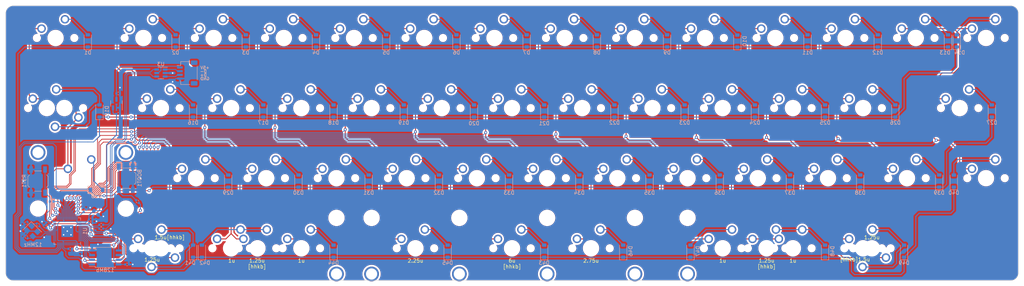
<source format=kicad_pcb>
(kicad_pcb (version 20221018) (generator pcbnew)
  (layers (0 "F.Cu" signal) (31 "B.Cu" signal) (34 "B.Paste" user) (35 "F.Paste" user) (36 "B.SilkS" user "B.Silkscreen") (37 "F.SilkS" user "F.Silkscreen") (38 "B.Mask" user) (39 "F.Mask" user) (44 "Edge.Cuts" user))
  (net 0 "")
  (net 1 "Net-(D1-A)")
  (net 2 "Net-(D2-A)")
  (net 3 "Net-(D3-A)")
  (net 4 "Net-(D4-A)")
  (net 5 "Net-(D5-A)")
  (net 6 "Net-(D6-A)")
  (net 7 "Net-(D7-A)")
  (net 8 "Net-(D8-A)")
  (net 9 "Net-(D9-A)")
  (net 10 "Net-(D10-A)")
  (net 11 "Net-(D11-A)")
  (net 12 "Net-(D13-A)")
  (net 13 "Net-(D14-A)")
  (net 14 "Net-(D15-A)")
  (net 15 "Net-(D16-A)")
  (net 16 "Net-(D17-A)")
  (net 17 "Net-(D18-A)")
  (net 18 "Net-(D19-A)")
  (net 19 "Net-(D20-A)")
  (net 20 "Net-(D21-A)")
  (net 21 "Net-(D22-A)")
  (net 22 "Net-(D23-A)")
  (net 23 "Net-(D24-A)")
  (net 24 "Net-(D25-A)")
  (net 25 "Net-(D26-A)")
  (net 26 "Net-(D27-A)")
  (net 27 "Net-(D28-A)")
  (net 28 "Net-(D29-A)")
  (net 29 "Net-(D30-A)")
  (net 30 "Net-(D31-A)")
  (net 31 "Net-(D32-A)")
  (net 32 "Net-(D33-A)")
  (net 33 "Net-(D34-A)")
  (net 34 "Net-(D35-A)")
  (net 35 "Net-(D36-A)")
  (net 36 "Net-(D37-A)")
  (net 37 "Net-(D38-A)")
  (net 38 "Net-(D39-A)")
  (net 39 "Net-(D40-A)")
  (net 40 "Net-(D41-A)")
  (net 41 "Net-(D42-A)")
  (net 42 "Net-(D43-A)")
  (net 43 "Net-(D44-A)")
  (net 44 "Net-(D45-A)")
  (net 45 "+5V")
  (net 46 "Net-(D12-A)")
  (net 47 "GND")
  (net 48 "+3V3")
  (net 49 "+1V1")
  (net 50 "XIN")
  (net 52 "col0")
  (net 53 "col1")
  (net 54 "col2")
  (net 55 "col3")
  (net 56 "D+")
  (net 57 "D-")
  (net 58 "Net-(D49-A)")
  (net 59 "Net-(D46-A)")
  (net 60 "Net-(D47-A)")
  (net 61 "Net-(D48-A)")
  (net 74 "RESET")
  (net 75 "row0")
  (net 76 "row1")
  (net 77 "row2")
  (net 78 "row3")
  (net 80 "row4")
  (net 81 "row5")
  (net 82 "row6")
  (net 83 "row7")
  (net 84 "row8")
  (net 85 "row9")
  (net 86 "row10")
  (net 87 "row11")
  (net 88 "row12")
  (net 89 "Q_SEL")
  (net 90 "Net-(U1-USB_DP)")
  (net 91 "Net-(U1-USB_DM)")
  (net 92 "XOUT")
  (net 93 "Q_IO3")
  (net 94 "Q_CLK")
  (net 95 "Q_IO0")
  (net 96 "Q_IO2")
  (net 97 "Q_IO1")
  (net 98 "Net-(BOOT1-Pad2)")
  (net 100 "Net-(C11-Pad2)")
  (footprint "ark40:SW_MX_1u" (layer "F.Cu") (at 217.4875 60.325)
    (fp_text reference "MX38" hide)
    (fp_text value "MX_SW_solder" hide)
  )
  (footprint "ark40:STAB_MX_P_6u" (layer "F.Cu") (at 150.8125 79.375 180)
    (fp_text reference "S2" hide)
    (fp_text value "MX_stab")
  )
  (footprint "ark40:SW_MX_1u" (layer "F.Cu") (at 127 22.225)
    (fp_text reference "MX6" hide)
    (fp_text value "MX_SW_solder" hide)
  )
  (footprint "ark40:SW_MX_1u" (layer "F.Cu") (at 124.61875 79.375)
    (fp_text reference "MX50" hide)
    (fp_text value "MX_SW_HS" hide)
  )
  (footprint "ark40:SW_MX_1.75u" (layer "F.Cu") (at 29.36875 41.275 180)
    (fp_text reference "MX15" hide)
    (fp_text value "MX_SW_solder" hide)
  )
  (footprint "ark40:SW_MX_1u" (layer "F.Cu") (at 55.5625 41.275)
    (fp_text reference "MX17" hide)
    (fp_text value "MX_SW_solder" hide)
  )
  (footprint "ark40:SW_MX_1u" (layer "F.Cu") (at 203.2 22.225)
    (fp_text reference "MX10" hide)
    (fp_text value "MX_SW_solder" hide)
  )
  (footprint "ark40:SW_MX_1u" (layer "F.Cu") (at 146.05 22.225)
    (fp_text reference "MX7" hide)
    (fp_text value "MX_SW_solder" hide)
  )
  (footprint "ark40:SW_MX_1u" (layer "F.Cu") (at 150.8125 79.375)
    (fp_text reference "MX44" hide)
    (fp_text value "MX_SW_solder" hide)
  )
  (footprint "ark40:SW_MX_1u" (layer "F.Cu") (at 172.24375 79.375)
    (fp_text reference "MX51" hide)
    (fp_text value "MX_SW_HS" hide)
  )
  (footprint "ark40:SW_MX_1u" (layer "F.Cu") (at 169.8625 41.275)
    (fp_text reference "MX23" hide)
    (fp_text value "MX_SW_solder" hide)
  )
  (footprint "ark40:SW_MX_1u" (layer "F.Cu") (at 227.0125 79.375)
    (fp_text reference "MX53" hide)
    (fp_text value "MX_SW_HS" hide)
  )
  (footprint "ark40:STAB_MX_P_2.25u" (layer "F.Cu") (at 34.13125 60.325)
    (fp_text reference "S1" hide)
    (fp_text value "MX_stab")
  )
  (footprint "ark40:SW_MX_1.25u" (layer "F.Cu") (at 257.96875 60.325)
    (fp_text reference "MX40" hide)
    (fp_text value "MX_SW_solder" hide)
  )
  (footprint "ark40:SW_MX_1u" (layer "F.Cu") (at 131.7625 41.275)
    (fp_text reference "MX21" hide)
    (fp_text value "MX_SW_solder" hide)
  )
  (footprint "ark40:SW_MX_1u" (layer "F.Cu") (at 112.7125 41.275)
    (fp_text reference "MX20" hide)
    (fp_text value "MX_SW_solder" hide)
  )
  (footprint "ark40:STAB_MX_P_2.75u" (layer "F.Cu") (at 172.24375 79.375 180)
    (fp_text reference "S4" hide)
    (fp_text value "MX_stab")
  )
  (footprint "ark40:SW_MX_1u" (layer "F.Cu") (at 188.9125 41.275)
    (fp_text reference "MX24" hide)
    (fp_text value "MX_SW_solder" hide)
  )
  (footprint "ark40:SW_MX_1u" (layer "F.Cu") (at 222.25 22.225)
    (fp_text reference "MX11" hide)
    (fp_text value "MX_SW_solder" hide)
  )
  (footprint "ark40:SW_MX_1u" (layer "F.Cu") (at 150.8125 41.275)
    (fp_text reference "MX22" hide)
    (fp_text value "MX_SW_solder" hide)
  )
  (footprint "ark40:SW_MX_1u" (layer "F.Cu") (at 84.1375 60.325)
    (fp_text reference "MX31" hide)
    (fp_text value "MX_SW_solder" hide)
  )
  (footprint "ark40:SW_MX_1u" (layer "F.Cu") (at 65.0875 60.325)
    (fp_text reference "MX30" hide)
    (fp_text value "MX_SW_solder" hide)
  )
  (footprint "ark40:SW_MX_1.75u_STP_1.25" (layer "F.Cu") (at 24.60625 41.275)
    (fp_text reference "MX16" hide)
    (fp_text value "MX_SW_solder" hide)
  )
  (footprint "ark40:SW_MX_1u" (layer "F.Cu") (at 122.2375 60.325)
    (fp_text reference "MX33" hide)
    (fp_text value "MX_SW_solder" hide)
  )
  (footprint "ark40:SW_MX_1.25u" (layer "F.Cu") (at 248.44375 79.375 180)
    (fp_text reference "MX54" hide)
    (fp_text value "MX_SW_HS" hide)
  )
  (footprint "ark40:SW_MX_1u" (layer "F.Cu") (at 107.95 22.225)
    (fp_text reference "MX5" hide)
    (fp_text value "MX_SW_solder" hide)
  )
  (footprint "ark40:SW_MX_1u" (layer "F.Cu") (at 207.9625 79.375)
    (fp_text reference "MX52" hide)
    (fp_text value "MX_SW_HS" hide)
  )
  (footprint "ark40:SW_MX_1.5u" (layer "F.Cu") (at 26.9875 22.225)
    (fp_text reference "MX1" hide)
    (fp_text value "MX_SW_solder" hide)
  )
  (footprint "ark40:SW_MX_1u" (layer "F.Cu") (at 93.6625 41.275)
    (fp_text reference "MX19" hide)
    (fp_text value "MX_SW_solder" hide)
  )
  (footprint "ark40:SW_MX_1.75u" (layer "F.Cu") (at 272.25625 41.275)
    (fp_text reference "MX28" hide)
    (fp_text value "MX_SW_solder" hide)
  )
  (footprint "ark40:SW_MX_1u" (layer "F.Cu") (at 50.8 22.225)
    (fp_text reference "MX2" hide)
    (fp_text value "MX_SW_solder" hide)
  )
  (footprint "ark40:SW_MX_1u" (layer "F.Cu") (at 227.0125 41.275)
    (fp_text reference "MX26" hide)
    (fp_text value "MX_SW_solder" hide)
  )
  (footprint "ark40:SW_MX_1.5u" (layer "F.Cu") (at 55.5625 79.375 180)
    (fp_text reference "MX42" hide)
    (fp_text value "MX_SW_HS" hide)
  )
  (footprint "ark40:SW_MX_1u" (layer "F.Cu") (at 160.3375 60.325)
    (fp_text reference "MX35" hide)
    (fp_text value "MX_SW_solder" hide)
  )
  (footprint "ark40:SW_MX_1u" (layer "F.Cu") (at 165.1 22.225)
    (fp_text reference "MX8" hide)
    (fp_text value "MX_SW_solder" hide)
  )
  (footprint "ark40:SW_MX_1u" (layer "F.Cu") (at 69.85 22.225)
    (fp_text reference "MX3" hide)
    (fp_text value "MX_SW_solder" hide)
  )
  (footprint "ark40:SW_MX_1u" (layer "F.Cu") (at 93.6625 79.375)
    (fp_text reference "MX49" hide)
    (fp_text value "MX_SW_HS" hide)
  )
  (footprint "ark40:SW_MX_1u" (layer "F.Cu") (at 260.35 22.225)
    (fp_text reference "MX13" hide)
    (fp_text value "MX_SW_solder" hide)
  )
  (footprint "ark40:STAB_MX_P_2.25u" (layer "F.Cu") (at 124.61875 79.375 180)
    (fp_text reference "S3" hide)
    (fp_text value "MX_stab")
  )
  (footprint "ark40:SW_MX_1u" (layer "F.Cu") (at 103.1875 60.325)
    (fp_text reference "MX32" hide)
    (fp_text value "MX_SW_solder" hide)
  )
  (footprint "ark40:SW_MX_1u" (layer "F.Cu") (at 74.6125 41.275)
    (fp_text reference "MX18" hide)
    (fp_text value "MX_SW_solder" hide)
  )
  (footprint "ark40:SW_MX_1u" (layer "F.Cu") (at 179.3875 60.325)
    (fp_text reference "MX36" hide)
    (fp_text value "MX_SW_solder" hide)
  )
  (footprint "ark40:SW_MX_1u" (layer "F.Cu") (at 279.4 60.325)
    (fp_text reference "MX41" hide)
    (fp_text value "MX_SW_solder" hide)
  )
  (footprint "ark40:SW_MX_1u" (layer "F.Cu") (at 34.13125 60.325)
    (fp_text reference "MX29" hide)
    (fp_text value "MX_SW_solder" hide)
  )
  (footprint "ark40:SW_MX_1u" (layer "F.Cu") (at 198.4375 60.325)
    (fp_text reference "MX37" hide)
    (fp_text value "MX_SW_solder" hide)
  )
  (footprint "ark40:SW_MX_1u" (layer "F.Cu") (at 241.3 22.225)
    (fp_text reference "MX12" hide)
    (fp_text value "MX_SW_solder" hide)
  )
  (footprint "ark40:SW_MX_1u" (layer "F.Cu") (at 246.0625 41.275)
    (fp_text reference "MX27" hide)
    (fp_text value "MX_SW_solder" hide)
  )
  (footprint "ark40:SW_MX_1.5u" (layer "F.Cu") (at 246.0625 79.375)
    (fp_text reference "MX46" hide)
    (fp_text value "MX_SW_solder" hide)
  )
  (footprint "ark40:SW_MX_1.25u" (layer "F.Cu") (at 81.75625 79.375)
    (fp_text reference "MX43" hide)
    (fp_text value "MX_SW_solder" hide)
  )
  (footprint "ark40:SW_MX_1u" (layer "F.Cu") (at 279.4 22.225)
    (fp_text reference "MX14" hide)
    (fp_text value "MX_SW_solder" hide)
  )
  (footprint "ark40:SW_MX_1.25u" (layer "F.Cu") (at 53.18125 79.375)
    (fp_text reference "MX47" hide)
    (fp_text value "MX_SW_HS" hide)
  )
  (footprint "ark40:SW_MX_1u" (layer "F.Cu") (at 184.15 22.225)
    (fp_text reference "MX9" hide)
    (fp_text value "MX_SW_solder" hide)
  )
  (footprint "ark40:SW_MX_1u" (layer "F.Cu") (at 88.9 22.225)
    (fp_text reference "MX4" hide)
    (fp_text value "MX_SW_solder" hide)
  )
  (footprint "ark40:SW_MX_1u" (layer "F.Cu") (at 207.9625 41.275)
    (fp_text reference "MX25" hide)
    (fp_text value "MX_SW_solder" hide)
  )
  (footprint "ark40:SW_MX_1u" (layer "F.Cu") (at 74.6125 79.375)
    (fp_text reference "MX48" hide)
    (fp_text value "MX_SW_HS" hide)
  )
  (footprint "ark40:SW_MX_1u" (layer "F.Cu") (at 236.5375 60.325)
    (fp_text reference "MX39" hide)
    (fp_text value "MX_SW_solder" hide)
  )
  (footprint "ark40:SW_MX_1u" (layer "F.Cu") (at 141.2875 60.325)
    (fp_text reference "MX34" hide)
    (fp_text value "MX_SW_solder" hide)
  )
  (footprint "ark40:SW_MX_1.25u" (layer "F.Cu") (at 219.86875 79.375)
    (fp_text reference "MX45" hide)
    (fp_text value "MX_SW_solder" hide)
  )
  (footprint "ark40:D_SOD-123" (layer "B.Cu") (at 38.89375 42.06875 90)
    (fp_text reference "D15")
    (fp_text value "D_Small")
  )
  (footprint "ark40:D_SOD-123" (layer "B.Cu") (at 38.1 63.5)
    (fp_text reference "D28")
    (fp_text value "D_Small")
  )
  (footprint "ark40:D_SOD-123" (layer "B.Cu") (at 180.975 80.16875 90)
    (fp_text reference "D46")
    (fp_text value "D_Small")
  )
  (footprint "ark40:D_SOD-123" (layer "B.Cu") (at 271.4625 23.01875 90)
    (fp_text reference "D14")
    (fp_text value "D_Small")
  )
  (footprint "ark40:D_SOD-123" (layer "B.Cu") (at 133.35 80.16875 90)
    (fp_text reference "D45")
    (fp_text value "D_Small")
  )
  (footprint "ark40:D_SOD-123" (layer "B.Cu") (at 235.74375 80.16875 90)
    (fp_text reference "D48")
    (fp_text value "D_Small")
  )
  (footprint "ark40:D_SOD-123" (layer "B.Cu") (at 216.69375 42.06875 90)
    (fp_text reference "D24")
    (fp_text value "D_Small")
  )
  (footprint "ark40:R_0402_1005Metric" (layer "B.Cu") (at 25.909999 66.675)
    (fp_text reference "R5" hide)
    (fp_text value "5.1k")
  )
  (footprint "ark40:C_0402_1005Metric" (layer "B.Cu") (at 19.049999 76.313287 135)
    (fp_text reference "C10" hide)
    (fp_text value "22pF")
  )
  (footprint "ark40:D_SOD-123" (layer "B.Cu") (at 280.9875 42.06875 90)
    (fp_text reference "D27")
    (fp_text value "D_Small")
  )
  (footprint "ark40:D_SOD-123" (layer "B.Cu") (at 197.64375 42.06875 90)
    (fp_text reference "D23")
    (fp_text value "D_Small")
  )
  (footprint "ark40:D_SOD-123" (layer "B.Cu") (at 188.11875 61.11875 90)
    (fp_text reference "D35")
    (fp_text value "D_Small")
  )
  (footprint "ark40:D_SOD-123" (layer "B.Cu") (at 66.675 80.16875 90)
    (fp_text reference "D42")
    (fp_text value "D_Small")
  )
  (footprint "ark40:C_0402_1005Metric" (layer "B.Cu") (at 36.5125 71.544537)
    (fp_text reference "C6" hide)
    (fp_text value "1uF")
  )
  (footprint "ark40:C_0402_1005Metric" (layer "B.Cu") (at 46.376 83.767433)
    (fp_text reference "C12" hide)
    (fp_text value "1uF")
  )
  (footprint "ark40:C_0402_1005Metric" (layer "B.Cu") (at 34.13125 79.962037 -90)
    (fp_text reference "C14" hide)
    (fp_text value "100nF")
  )
  (footprint "ark40:D_SOD-123" (layer "B.Cu") (at 169.06875 61.11875 90)
    (fp_text reference "D34")
    (fp_text value "D_Small")
  )
  (footprint "ark40:D_SOD-123" (layer "B.Cu") (at 211.93125 23.08125 90)
    (fp_text reference "D10")
    (fp_text value "D_Small")
  )
  (footprint "ark40:D_SOD-123" (layer "B.Cu") (at 254.79375 42.06875 90)
    (fp_text reference "D26")
    (fp_text value "D_Small")
  )
  (footprint "ark40:D_SOD-123" (layer "B.Cu") (at 173.83125 23.01875 90)
    (fp_text reference "D8")
    (fp_text value "D_Small")
  )
  (footprint "ark40:D_SOD-123" (layer "B.Cu") (at 116.68125 23.01875 90)
    (fp_text reference "D5")
    (fp_text value "D_Small")
  )
  (footprint "ark40:D_SOD-123" (layer "B.Cu") (at 270.66875 61.11875 90)
    (fp_text reference "D40")
    (fp_text value "D_Small")
  )
  (footprint "ark40:R_0402_1005Metric" (layer "B.Cu") (at 39.3625 74.02526 180)
    (fp_text reference "R1" hide)
    (fp_text value "27")
  )
  (footprint "ark40:D_SOD-123" (layer "B.Cu") (at 64.29375 42.06875 90)
    (fp_text reference "D16")
    (fp_text value "D_Small")
  )
  (footprint "ark40:C_0402_1005Metric" (layer "B.Cu") (at 34.9625 69.169536 45)
    (fp_text reference "C8" hide)
    (fp_text value "100nF")
  )
  (footprint "ark40:D_SOD-123" (layer "B.Cu") (at 102.39375 42.06875 90)
    (fp_text reference "D18")
    (fp_text value "D_Small")
  )
  (footprint "ark40:C_0402_1005Metric" (layer "B.Cu") (at 24.151911 73.471448 135)
    (fp_text reference "C15" hide)
    (fp_text value "100nF")
  )
  (footprint "ark40:D_SOD-123" (layer "B.Cu") (at 266.7 61.11875 90)
    (fp_text reference "D39")
    (fp_text value "D_Small")
  )
  (footprint "ark40:R_0402_1005Metric" (layer "B.Cu") (at 39.3625 73.007893)
    (fp_text reference "R2" hide)
    (fp_text value "27")
  )
  (footprint "ark40:SW_SPST_TL3342" (layer "B.Cu") (at 46.0375 60.325 90)
    (fp_text reference "BOOT1")
    (fp_text value "SW_Push")
  )
  (footprint "ark40:D_SOD-123" (layer "B.Cu") (at 83.34375 42.06875 90)
    (fp_text reference "D17")
    (fp_text value "D_Small")
  )
  (footprint "ark40:D_SOD-123" (layer "B.Cu") (at 97.63125 23.01875 90)
    (fp_text reference "D4")
    (fp_text value "D_Small")
  )
  (footprint "ark40:D_SOD-123" (layer "B.Cu") (at 130.96875 61.11875 90)
    (fp_text reference "D32")
    (fp_text value "D_Small")
  )
  (footprint "ark40:QFN-56-1EP_7x7mm_P0.4mm_EP3.2x3.2mm" (layer "B.Cu") (at 30.1625 74.719537 90)
    (fp_text reference "U1")
    (fp_text value "RP2040")
  )
  (footprint "ark40:C_0402_1005Metric" (layer "B.Cu") (at 43.97 37.30625)
    (fp_text reference "C1" hide)
    (fp_text value "1uF")
  )
  (footprint "ark40:D_SOD-123" (layer "B.Cu") (at 121.44375 42.06875 90)
    (fp_text reference "D19")
    (fp_text value "D_Small")
  )
  (footprint "ark40:SOT-23-6" (layer "B.Cu") (at 55.5625 31.75 180)
    (fp_text reference "U3")
    (fp_text value "USBLC6-2SC6")
  )
  (footprint "ark40:D_SOD-123" (layer "B.Cu") (at 230.98125 23.01875 90)
    (fp_text reference "D11")
    (fp_text value "D_Small")
  )
  (footprint "ark40:D_SOD-123" (layer "B.Cu") (at 235.74375 42.06875 90)
    (fp_text reference "D25")
    (fp_text value "D_Small")
  )
  (footprint "ark40:C_0402_1005Metric" (layer "B.Cu") (at 18.990985 72.548137 45)
    (fp_text reference "C11" hide)
    (fp_text value "22pF")
  )
  (footprint "ark40:C_0402_1005Metric" (layer "B.Cu") (at 30.9625 79.519537)
    (fp_text reference "C9" hide)
    (fp_text value "100nF")
  )
  (footprint "ark40:D_SOD-123" (layer "B.Cu") (at 64.29375 80.16875 90)
    (fp_text reference "D41")
    (fp_text value "D_Small")
  )
  (footprint "ark40:SOT-23-3" (layer "B.Cu") (at 43.5 40.04888 90)
    (fp_text reference "U2" hide)
    (fp_text value "XC6206PxxxMR" hide)
  )
  (footprint "ark40:D_SOD-123" (layer "B.Cu") (at 159.54375 80.16875 90)
    (fp_text reference "D43")
    (fp_text value "D_Small")
  )
  (footprint "ark40:R_0402_1005Metric" (layer "B.Cu") (at 49.2125 66.675 -45)
    (fp_text reference "R4" hide)
    (fp_text value "1k")
  )
  (footprint "ark40:D_SOD-123" (layer "B.Cu") (at 35.71875 23.01875 90)
    (fp_text reference "D1")
    (fp_text value "D_Small")
  )
  (footprint "ark40:D_SOD-123" (layer "B.Cu") (at 207.16875 61.11875 90)
    (fp_text reference "D36")
    (fp_text value "D_Small")
  )
  (footprint "ark40:D_SOD-123" (layer "B.Cu") (at 226.21875 61.11875 90)
    (fp_text reference "D37")
    (fp_text value "D_Small")
  )
  (footprint "ark40:D_SOD-123" (layer "B.Cu") (at 159.54375 42.06875 90)
    (fp_text reference "D21")
    (fp_text value "D_Small")
  )
  (footprint "ark40:C_0402_1005Metric" (layer "B.Cu") (at 37.296383 74.495494)
    (fp_text reference "C7" hide)
    (fp_text value "100nF")
  )
  (footprint "ark40:D_SOD-123" (layer "B.Cu") (at 102.39375 80.16875 90)
    (fp_text reference "D44")
    (fp_text value "D_Small")
  )
  (footprint "ark40:D_SOD-123" (layer "B.Cu") (at 199.23125 80.16875 90)
    (fp_text reference "D47")
    (fp_text value "D_Small")
  )
  (footprint "ark40:D_SOD-123" (layer "B.Cu") (at 269.08125 23.01875 90)
    (fp_text reference "D13")
    (fp_text value "D_Small")
  )
  (footprint "ark40:D_SOD-123" (layer "B.Cu") (at 257.175 80.16875 90)
    (fp_text reference "D49")
    (fp_text value "D_Small")
  )
  (footprint "ark40:D_SOD-123" (layer "B.Cu") (at 250.03125 23.01875 90)
    (fp_text reference "D12")
    (fp_text value "D_Small")
  )
  (footprint "ark40:C_0603_1608Metric" (layer "B.Cu") (at 37.9625 69.719537 -45)
    (fp_text reference "C3" hide)
    (fp_text value "10uF")
  )
  (footprint "ark40:D_SOD-123" (layer "B.Cu") (at 178.59375 42.06875 90)
    (fp_text reference "D22")
    (fp_text value "D_Small")
  )
  (footprint "ark40:C_0402_1005Metric" (layer "B.Cu") (at 42.1625 76.025)
    (fp_text reference "C13" hide)
    (fp_text value "100nF")
  )
  (footprint "ark40:D_SOD-123" (layer "B.Cu") (at 150.01875 61.11875 90)
    (fp_text reference "D33")
    (fp_text value "D_Small")
  )
  (footprint "ark40:SOIC-8_5.23x5.23mm_P1.27mm" (layer "B.Cu") (at 40.48125 81.863287)
    (fp_text reference "U4" hide)
    (fp_text value "W25Q128JVS")
  )
  (footprint "ark40:D_SOD-123" (layer "B.Cu") (at 78.58125 23.01875 90)
    (fp_text reference "D3")
    (fp_text value "D_Small")
  )
  (footprint "ark40:D_SOD-123" (layer "B.Cu") (at 73.81875 61.11875 90)
    (fp_text reference "D29")
    (fp_text value "D_Small")
  )
  (footprint "ark40:R_0402_1005Metric" (layer "B.Cu") (at 22.225 73.025 -45)
    (fp_text reference "R3" hide)
    (fp_text value "1k")
  )
  (footprint "ark40:D_SOD-123" (layer "B.Cu") (at 135.73125 23.01875 90)
    (fp_text reference "D6")
    (fp_text value "D_Small")
  )
  (footprint "ark40:JST_SH_SM04B-SRSS-TB_1x04-1MP_P1.00mm_Horizontal" (layer "B.Cu") (at 62.70625 31.75 -90)
    (fp_text reference "J2" hide)
    (fp_text value "Conn_01x04")
  )
  (footprint "ark40:D_SOD-123" (layer "B.Cu") (at 154.78125 23.01875 90)
    (fp_text reference "D7")
    (fp_text value "D_Small")
  )
  (footprint "ark40:D_SOD-123" (layer "B.Cu") (at 111.91875 61.11875 90)
    (fp_text reference "D31")
    (fp_text value "D_Small")
  )
  (footprint "ark40:SW_SPST_TL3342" (layer "B.Cu") (at 22.225 61.11875 -90)
    (fp_text reference "RST1")
    (fp_text value "SW_Push")
  )
  (footprint "ark40:C_0402_1005Metric" (layer "B.Cu") (at 24.896047 72.733292 135)
    (fp_text reference "C5" hide)
    (fp_text value "100nF")
  )
  (footprint "ark40:D_SOD-123" (layer "B.Cu") (at 245.26875 61.11875 90)
    (fp_text reference "D38")
    (fp_text value "D_Small")
  )
  (footprint "ark40:D_SOD-123" (layer "B.Cu") (at 192.88125 23.01875 90)
    (fp_text reference "D9")
    (fp_text value "D_Small")
  )
  (footprint "ark40:D_SOD-123" (layer "B.Cu") (at 59.53125 23.01875 90)
    (fp_text reference "D2")
    (fp_text value "D_Small")
  )
  (footprint "ark40:Crystal_SMD_3225-4Pin_3.2x2.5mm" (layer "B.Cu") (at 20.637499 74.725787 -45)
    (fp_text reference "Y1" hide)
    (fp_text value "12MHz")
  )
  (footprint "ark40:D_SOD-123" (layer "B.Cu") (at 140.49375 42.06875 90)
    (fp_text reference "D20")
    (fp_text value "D_Small")
  )
  (footprint "ark40:C_0402_1005Metric" (layer "B.Cu") (at 43.969999 42.863899)
    (fp_text reference "C2" hide)
    (fp_text value "1uF")
  )
  (footprint "ark40:C_0402_1005Metric" (layer "B.Cu") (at 36.5125 72.580931)
    (fp_text reference "C4" hide)
    (fp_text value "1uF")
  )
  (footprint "ark40:D_SOD-123" (layer "B.Cu") (at 92.86875 61.11875 90)
    (fp_text reference "D30")
    (fp_text value "D_Small")
  )
  (gr_line (start 13.49375 86.10625) (end 13.49375 15.49375) (stroke (width 0.1)) (layer "Edge.Cuts"))
  (gr_arc (start 288.13125 86.10625) (mid 287.545478 87.520478) (end 286.13125 88.10625) (stroke (width 0.1)) (layer "Edge.Cuts"))
  (gr_arc (start 15.49375 88.10625) (mid 14.079536 87.520464) (end 13.49375 86.10625) (stroke (width 0.1)) (layer "Edge.Cuts"))
  (gr_arc (start 13.49375 15.49375) (mid 14.079536 14.079536) (end 15.49375 13.49375) (stroke (width 0.1)) (layer "Edge.Cuts"))
  (gr_line (start 288.13125 15.49375) (end 288.13125 86.10625) (stroke (width 0.1)) (layer "Edge.Cuts"))
  (gr_line (start 15.49375 13.49375) (end 286.13125 13.49375) (stroke (width 0.1)) (layer "Edge.Cuts"))
  (gr_arc (start 286.13125 13.49375) (mid 287.545464 14.079536) (end 288.13125 15.49375) (stroke (width 0.1)) (layer "Edge.Cuts"))
  (gr_line (start 286.13125 88.10625) (end 15.49375 88.10625) (stroke (width 0.1)) (layer "Edge.Cuts"))
  (gr_text "GND\n" (at 67.49375 33.29375) (layer "B.SilkS") (effects (font (size 0.8 0.8)) (justify mirror)))
  (gr_text "D-" (at 67.09375 31.29375) (layer "B.SilkS") (effects (font (size 0.8 0.8)) (justify mirror)))
  (gr_text "+5V" (at 67.49375 30.29375) (layer "B.SilkS") (effects (font (size 0.8 0.8)) (justify mirror)))
  (gr_text "D+\n" (at 67.09375 32.29375) (layer "B.SilkS") (effects (font (size 0.8 0.8)) (justify mirror)))
  (gr_text "128Mb" (at 42.979274 85.915669) (layer "B.SilkS") (effects (font (size 1 1)) (justify left bottom mirror)))
  (gr_text "12MHz" (at 23.42062 78.988637) (layer "B.SilkS") (effects (font (size 1 1)) (justify left bottom mirror)))
  (gr_text "1u" (at 74.759605 83.34375) (layer "F.SilkS") (effects (font (size 1 1)) (justify bottom)))
  (gr_text "6u\n[hhkb]" (at 150.8125 84.93125) (layer "F.SilkS") (effects (font (size 1 1)) (justify bottom)))
  (gr_text "1u" (at 93.6625 83.34375) (layer "F.SilkS") (effects (font (size 1 1)) (justify bottom)))
  (gr_text "1.5u[hhkb]" (at 57.94375 76.99375) (layer "F.SilkS") (effects (font (size 1 1)) (justify bottom)))
  (gr_text "1u" (at 207.9625 83.34375) (layer "F.SilkS") (effects (font (size 1 1)) (justify bottom)))
  (gr_text "2.75u" (at 172.24375 83.34375) (layer "F.SilkS") (effects (font (size 1 1)) (justify bottom)))
  (gr_text "[hhkb]1.5u" (at 239.7125 83.005861) (layer "F.SilkS") (effects (font (size 1 1)) (justify left bottom)))
  (gr_text "1.25u" (at 248.44375 76.99375) (layer "F.SilkS") (effects (font (size 1 1)) (justify bottom)))
  (gr_text "1.25u" (at 53.18125 83.06359) (layer "F.SilkS") (effects (font (size 1 1)) (justify bottom)))
  (gr_text "2.25u" (at 124.61875 83.34375) (layer "F.SilkS") (effects (font (size 1 1)) (justify bottom)))
  (gr_text "1.25u\n[hhkb]" (at 219.86875 84.93125) (layer "F.SilkS") (effects (font (size 1 1)) (justify bottom)))
  (gr_text "1.25u\n[hhkb]" (at 81.615933 84.93125) (layer "F.SilkS") (effects (font (size 1 1)) (justify bottom)))
  (gr_text "1u" (at 227.0125 83.34375) (layer "F.SilkS") (effects (font (size 1 1)) (justify bottom)))
  (segment (start 29.5275 17.145) (end 31.495 17.145) (width 0.25) (layer "B.Cu") (net 1))
  (segment (start 31.495 17.145) (end 35.71875 21.36875) (width 0.25) (layer "B.Cu") (net 1))
  (segment (start 53.34 17.145) (end 55.3075 17.145) (width 0.2) (layer "B.Cu") (net 2))
  (segment (start 55.3075 17.145) (end 59.53125 21.36875) (width 0.2) (layer "B.Cu") (net 2))
  (segment (start 72.39 17.145) (end 74.3575 17.145) (width 0.25) (layer "B.Cu") (net 3))
  (segment (start 74.3575 17.145) (end 78.58125 21.36875) (width 0.25) (layer "B.Cu") (net 3))
  (segment (start 93.4075 17.145) (end 97.63125 21.36875) (width 0.25) (layer "B.Cu") (net 4))
  (segment (start 91.44 17.145) (end 93.4075 17.145) (width 0.25) (layer "B.Cu") (net 4))
  (segment (start 110.49 17.145) (end 112.4575 17.145) (width 0.25) (layer "B.Cu") (net 5))
  (segment (start 112.4575 17.145) (end 116.68125 21.36875) (width 0.25) (layer "B.Cu") (net 5))
  (segment (start 129.54 17.145) (end 131.5075 17.145) (width 0.25) (layer "B.Cu") (net 6))
  (segment (start 131.5075 17.145) (end 135.73125 21.36875) (width 0.25) (layer "B.Cu") (net 6))
  (segment (start 148.59 17.145) (end 150.5575 17.145) (width 0.25) (layer "B.Cu") (net 7))
  (segment (start 150.5575 17.145) (end 154.78125 21.36875) (width 0.25) (layer "B.Cu") (net 7))
  (segment (start 173.83125 21.36875) (end 169.6075 17.145) (width 0.25) (layer "B.Cu") (net 8))
  (segment (start 169.6075 17.145) (end 167.64 17.145) (width 0.25) (layer "B.Cu") (net 8))
  (segment (start 192.88125 21.36875) (end 188.6575 17.145) (width 0.25) (layer "B.Cu") (net 9))
  (segment (start 188.6575 17.145) (end 186.69 17.145) (width 0.25) (layer "B.Cu") (net 9))
  (segment (start 207.645 17.145) (end 211.93125 21.43125) (width 0.25) (layer "B.Cu") (net 10))
  (segment (start 205.74 17.145) (end 207.645 17.145) (width 0.25) (layer "B.Cu") (net 10))
  (segment (start 226.7575 17.145) (end 224.79 17.145) (width 0.25) (layer "B.Cu") (net 11))
  (segment (start 230.98125 21.36875) (end 226.7575 17.145) (width 0.25) (layer "B.Cu") (net 11))
  (segment (start 264.8575 17.145) (end 262.89 17.145) (width 0.25) (layer "B.Cu") (net 12))
  (segment (start 269.08125 21.36875) (end 264.8575 17.145) (width 0.25) (layer "B.Cu") (net 12))
  (segment (start 274.955 17.145) (end 271.4625 20.6375) (width 0.25) (layer "B.Cu") (net 13))
  (segment (start 271.4625 20.6375) (end 271.4625 21.36875) (width 0.25) (layer "B.Cu") (net 13))
  (segment (start 281.94 17.145) (end 274.955 17.145) (width 0.25) (layer "B.Cu") (net 13))
  (segment (start 38.89375 37.7825) (end 37.30625 36.195) (width 0.25) (layer "B.Cu") (net 14))
  (segment (start 37.8125 40.41875) (end 36.1625 42.06875) (width 0.25) (layer "B.Cu") (net 14))
  (segment (start 35.05125 46.355) (end 36.1625 45.24375) (width 0.25) (layer "B.Cu") (net 14))
  (segment (start 36.1625 45.24375) (end 36.1625 42.06875) (width 0.25) (layer "B.Cu") (net 14))
  (segment (start 38.89375 40.41875) (end 37.8125 40.41875) (width 0.25) (layer "B.Cu") (net 14))
  (segment (start 38.89375 40.41875) (end 38.89375 37.7825) (width 0.25) (layer "B.Cu") (net 14))
  (segment (start 26.82875 46.355) (end 35.05125 46.355) (width 0.25) (layer "B.Cu") (net 14))
  (segment (start 27.14625 36.195) (end 37.30625 36.195) (width 0.25) (layer "B.Cu") (net 14))
  (segment (start 60.07 36.195) (end 64.29375 40.41875) (width 0.25) (layer "B.Cu") (net 15))
  (segment (start 58.1025 36.195) (end 60.07 36.195) (width 0.25) (layer "B.Cu") (net 15))
  (segment (start 77.1525 36.195) (end 79.12 36.195) (width 0.25) (layer "B.Cu") (net 16))
  (segment (start 79.12 36.195) (end 83.34375 40.41875) (width 0.25) (layer "B.Cu") (net 16))
  (segment (start 96.2025 36.195) (end 98.17 36.195) (width 0.25) (layer "B.Cu") (net 17))
  (segment (start 98.17 36.195) (end 102.39375 40.41875) (width 0.25) (layer "B.Cu") (net 17))
  (segment (start 121.44375 40.41875) (end 117.22 36.195) (width 0.25) (layer "B.Cu") (net 18))
  (segment (start 117.22 36.195) (end 115.2525 36.195) (width 0.25) (layer "B.Cu") (net 18))
  (segment (start 134.3025 36.195) (end 136.27 36.195) (width 0.25) (layer "B.Cu") (net 19))
  (segment (start 136.27 36.195) (end 140.49375 40.41875) (width 0.25) (layer "B.Cu") (net 19))
  (segment (start 155.32 36.195) (end 159.54375 40.41875) (width 0.25) (layer "B.Cu") (net 20))
  (segment (start 153.3525 36.195) (end 155.32 36.195) (width 0.25) (layer "B.Cu") (net 20))
  (segment (start 174.37 36.195) (end 178.59375 40.41875) (width 0.25) (layer "B.Cu") (net 21))
  (segment (start 172.4025 36.195) (end 174.37 36.195) (width 0.25) (layer "B.Cu") (net 21))
  (segment (start 193.42 36.195) (end 197.64375 40.41875) (width 0.25) (layer "B.Cu") (net 22))
  (segment (start 191.4525 36.195) (end 193.42 36.195) (width 0.25) (layer "B.Cu") (net 22))
  (segment (start 212.47 36.195) (end 210.5025 36.195) (width 0.25) (layer "B.Cu") (net 23))
  (segment (start 216.69375 40.41875) (end 212.47 36.195) (width 0.25) (layer "B.Cu") (net 23))
  (segment (start 231.52 36.195) (end 235.74375 40.41875) (width 0.25) (layer "B.Cu") (net 24))
  (segment (start 229.5525 36.195) (end 231.52 36.195) (width 0.25) (layer "B.Cu") (net 24))
  (segment (start 250.57 36.195) (end 248.6025 36.195) (width 0.25) (layer "B.Cu") (net 25))
  (segment (start 254.79375 40.41875) (end 250.57 36.195) (width 0.25) (layer "B.Cu") (net 25))
  (segment (start 276.76375 36.195) (end 274.79625 36.195) (width 0.25) (layer "B.Cu") (net 26))
  (segment (start 280.9875 40.41875) (end 276.76375 36.195) (width 0.25) (layer "B.Cu") (net 26))
  (segment (start 37.30625 61.05625) (end 37.30625 55.88) (width 0.25) (layer "B.Cu") (net 27))
  (segment (start 37.30625 55.88) (end 36.67125 55.245) (width 0.25) (layer "B.Cu") (net 27))
  (segment (start 39.75 63.5) (end 37.30625 61.05625) (width 0.25) (layer "B.Cu") (net 27))
  (segment (start 69.595 55.245) (end 67.6275 55.245) (width 0.25) (layer "B.Cu") (net 28))
  (segment (start 73.81875 59.46875) (end 69.595 55.245) (width 0.25) (layer "B.Cu") (net 28))
  (segment (start 92.86875 59.46875) (end 88.645 55.245) (width 0.25) (layer "B.Cu") (net 29))
  (segment (start 88.645 55.245) (end 86.6775 55.245) (width 0.25) (layer "B.Cu") (net 29))
  (segment (start 105.7275 55.245) (end 107.695 55.245) (width 0.2) (layer "B.Cu") (net 30))
  (segment (start 107.695 55.245) (end 111.91875 59.46875) (width 0.2) (layer "B.Cu") (net 30))
  (segment (start 126.745 55.245) (end 130.96875 59.46875) (width 0.2) (layer "B.Cu") (net 31))
  (segment (start 124.7775 55.245) (end 126.745 55.245) (width 0.2) (layer "B.Cu") (net 31))
  (segment (start 145.795 55.245) (end 150.01875 59.46875) (width 0.25) (layer "B.Cu") (net 32))
  (segment (start 143.8275 55.245) (end 145.795 55.245) (width 0.25) (layer "B.Cu") (net 32))
  (segment (start 162.8775 55.245) (end 164.845 55.245) (width 0.25) (layer "B.Cu") (net 33))
  (segment (start 164.845 55.245) (end 169.06875 59.46875) (width 0.25) (layer "B.Cu") (net 33))
  (segment (start 183.895 55.245) (end 181.9275 55.245) (width 0.25) (layer "B.Cu") (net 34))
  (segment (start 188.11875 59.46875) (end 183.895 55.245) (width 0.25) (layer "B.Cu") (net 34))
  (segment (start 200.9775 55.245) (end 202.945 55.245) (width 0.2) (layer "B.Cu") (net 35))
  (segment (start 202.945 55.245) (end 207.16875 59.46875) (width 0.2) (layer "B.Cu") (net 35))
  (segment (start 221.995 55.245) (end 226.21875 59.46875) (width 0.2) (layer "B.Cu") (net 36))
  (segment (start 220.0275 55.245) (end 221.995 55.245) (width 0.2) (layer "B.Cu") (net 36))
  (segment (start 241.045 55.245) (end 239.0775 55.245) (width 0.25) (layer "B.Cu") (net 37))
  (segment (start 245.26875 59.46875) (end 241.045 55.245) (width 0.25) (layer "B.Cu") (net 37))
  (segment (start 262.47625 55.245) (end 260.50875 55.245) (width 0.25) (layer "B.Cu") (net 38))
  (segment (start 266.7 59.46875) (end 262.47625 55.245) (width 0.25) (layer "B.Cu") (net 38))
  (segment (start 270.66875 56.35625) (end 271.78 55.245) (width 0.25) (layer "B.Cu") (net 39))
  (segment (start 271.78 55.245) (end 281.94 55.245) (width 0.25) (layer "B.Cu") (net 39))
  (segment (start 270.66875 59.46875) (end 270.66875 56.35625) (width 0.25) (layer "B.Cu") (net 39))
  (segment (start 55.72125 74.295) (end 63.1825 74.295) (width 0.25) (layer "B.Cu") (net 40))
  (segment (start 62.5625 80.25) (end 64.29375 78.51875) (width 0.25) (layer "B.Cu") (net 40))
  (segment (start 63.1825 74.295) (end 64.29375 75.40625) (width 0.25) (layer "B.Cu") (net 40))
  (segment (start 62.5625 82.69375) (end 60.80125 84.455) (width 0.25) (layer "B.Cu") (net 40))
  (segment (start 62.5625 82.69375) (end 62.5625 80.25) (width 0.25) (layer "B.Cu") (net 40))
  (segment (start 64.29375 78.51875) (end 64.29375 75.40625) (width 0.25) (layer "B.Cu") (net 40))
  (segment (start 60.80125 84.455) (end 53.0225 84.455) (width 0.25) (layer "B.Cu") (net 40))
  (segment (start 70.89875 74.295) (end 66.675 78.51875) (width 0.25) (layer "B.Cu") (net 41))
  (segment (start 77.1525 74.295) (end 84.29625 74.295) (width 0.25) (layer "B.Cu") (net 41))
  (segment (start 77.1525 74.295) (end 70.89875 74.295) (width 0.25) (layer "B.Cu") (net 41))
  (segment (start 159.54375 78.51875) (end 155.32 74.295) (width 0.25) (layer "B.Cu") (net 42))
  (segment (start 155.32 74.295) (end 153.3525 74.295) (width 0.25) (layer "B.Cu") (net 42))
  (segment (start 98.17 74.295) (end 96.2025 74.295) (width 0.25) (layer "B.Cu") (net 43))
  (segment (start 102.39375 78.51875) (end 98.17 74.295) (width 0.25) (layer "B.Cu") (net 43))
  (segment (start 133.35 78.51875) (end 129.12625 74.295) (width 0.25) (layer "B.Cu") (net 44))
  (segment (start 129.12625 74.295) (end 127.15875 74.295) (width 0.25) (layer "B.Cu") (net 44))
  (segment (start 43.49 31.225) (end 43.49 37.30625) (width 0.25) (layer "B.Cu") (net 45))
  (segment (start 60.35 29.89375) (end 60.70625 30.25) (width 0.25) (layer "B.Cu") (net 45))
  (segment (start 43.49 38.90138) (end 43.5 38.91138) (width 0.25) (layer "B.Cu") (net 45))
  (segment (start 55.5625 29.9) (end 55.56875 29.89375) (width 0.25) (layer "B.Cu") (net 45))
  (segment (start 44.82125 29.89375) (end 43.49 31.225) (width 0.25) (layer "B.Cu") (net 45))
  (segment (start 54.809251 31.75) (end 55.5625 30.996751) (width 0.25) (layer "B.Cu") (net 45))
  (segment (start 43.49 37.30625) (end 43.49 38.90138) (width 0.25) (layer "B.Cu") (net 45))
  (segment (start 55.5625 30.996751) (end 55.5625 29.9) (width 0.25) (layer "B.Cu") (net 45))
  (segment (start 54.425 31.75) (end 54.809251 31.75) (width 0.25) (layer "B.Cu") (net 45))
  (segment (start 55.56875 29.89375) (end 60.35 29.89375) (width 0.25) (layer "B.Cu") (net 45))
  (segment (start 55.56875 29.89375) (end 44.82125 29.89375) (width 0.25) (layer "B.Cu") (net 45))
  (segment (start 245.8075 17.145) (end 243.84 17.145) (width 0.25) (layer "B.Cu") (net 46))
  (segment (start 250.03125 21.36875) (end 245.8075 17.145) (width 0.25) (layer "B.Cu") (net 46))
  (segment (start 22.713004 77.602027) (end 23.910247 76.404784) (width 0.2) (layer "F.Cu") (net 47))
  (segment (start 23.910247 76.404784) (end 23.910247 72.755762) (width 0.2) (layer "F.Cu") (net 47))
  (segment (start 58.7375 31.75) (end 58.7375 34.13125) (width 0.25) (layer "F.Cu") (net 47))
  (segment (start 22.476674 71.322189) (end 23.302228 72.147743) (width 0.2) (layer "F.Cu") (net 47))
  (segment (start 17.4625 74.719537) (end 17.4625 75.762999) (width 0.2) (layer "F.Cu") (net 47))
  (segment (start 17.4625 74.719537) (end 17.4625 74.077913) (width 0.2) (layer "F.Cu") (net 47))
  (segment (start 17.4625 74.077913) (end 17.4625 73.132037) (width 0.2) (layer "F.Cu") (net 47))
  (segment (start 19.301528 77.602027) (end 22.713004 77.602027) (width 0.2) (layer "F.Cu") (net 47))
  (segment (start 17.4625 73.132037) (end 19.272348 71.322189) (width 0.2) (layer "F.Cu") (net 47))
  (segment (start 17.4625 75.762999) (end 19.301528 77.602027) (width 0.2) (layer "F.Cu") (net 47))
  (segment (start 23.910247 72.755762) (end 23.302228 72.147743) (width 0.2) (layer "F.Cu") (net 47))
  (segment (start 19.272348 71.322189) (end 22.476674 71.322189) (width 0.2) (layer "F.Cu") (net 47))
  (via (at 58.7375 31.75) (size 0.8) (drill 0.4) (layers "F.Cu" "B.Cu") (net 47))
  (via (at 17.4625 74.719537) (size 0.8) (drill 0.4) (layers "F.Cu" "B.Cu") (net 47))
  (via (at 38.09849 72.03886) (size 0.8) (drill 0.4) (layers "F.Cu" "B.Cu") (net 47))
  (via (at 38.4775 78.325) (size 0.8) (drill 0.4) (layers "F.Cu" "B.Cu") (net 47))
  (via (at 18.25625 61.11875) (size 0.8) (drill 0.4) (layers "F.Cu" "B.Cu") (net 47))
  (via (at 41.9625 74.119537) (size 0.8) (drill 0.4) (layers "F.Cu" "B.Cu") (net 47))
  (via (at 47.929254 83.768871) (size 0.8) (drill 0.4) (layers "F.Cu" "B.Cu") (net 47))
  (via (at 39.9625 70.719537) (size 0.8) (drill 0.4) (layers "F.Cu" "B.Cu") (net 47))
  (via (at 29.1625 73.719537) (size 0.8) (drill 0.4) (layers "F.Cu" "B.Cu") (net 47))
  (via (at 36.3625 68.319537) (size 0.8) (drill 0.4) (layers "F.Cu" "B.Cu") (net 47))
  (via (at 31.1625 73.719537) (size 0.8) (drill 0.4) (layers "F.Cu" "B.Cu") (net 47))
  (via (at 17.4625 73.132037) (size 0.8) (drill 0.4) (layers "F.Cu" "B.Cu") (net 47))
  (via (at 34.13125 81.451851) (size 0.8) (drill 0.4) (layers "F.Cu" "B.Cu") (net 47))
  (via (at 23.910247 76.404784) (size 0.8) (drill 0.4) (layers "F.Cu" "B.Cu") (net 47))
  (via (at 44.45 35.71875) (size 0.8) (drill 0.4) (layers "F.Cu" "B.Cu") (net 47))
  (via (at 50.00625 60.325) (size 0.8) (drill 0.4) (layers "F.Cu" "B.Cu") (net 47))
  (via (at 30.1625 74.719537) (size 0.8) (drill 0.4) (layers "F.Cu" "B.Cu") (net 47))
  (via (at 23.302228 72.147743) (size 0.8) (drill 0.4) (layers "F.Cu" "B.Cu") (net 47))
  (via (at 31.1625 75.719537) (size 0.8) (drill 0.4) (layers "F.Cu" "B.Cu") (net 47))
  (via (at 58.7375 34.13125) (size 0.8) (drill 0.4) (layers "F.Cu" "B.Cu") (net 47))
  (via (at 29.1625 75.719537) (size 0.8) (drill 0.4) (layers "F.Cu" "B.Cu") (net 47))
  (segment (start 18.407085 73.132037) (end 17.4625 73.132037) (width 0.2) (layer "B.Cu") (net 47))
  (segment (start 18.651574 72.887548) (end 18.651574 73.941943) (width 0.2) (layer "B.Cu") (net 47))
  (segment (start 19.05 57.94375) (end 19.075 57.96875) (width 0.2) (layer "B.Cu") (net 47))
  (segment (start 18.651574 72.887548) (end 18.651574 72.888839) (width 0.2) (layer "B.Cu") (net 47))
  (segment (start 38.9625 70.719537) (end 39.9625 70.719537) (width 0.2) (layer "B.Cu") (net 47))
  (segment (start 37.30625 71.544537) (end 37.604166 71.544536) (width 0.2) (layer "B.Cu") (net 47))
  (segment (start 38.510508 70.267545) (end 38.9625 70.719537) (width 0.2) (layer "B.Cu") (net 47))
  (segment (start 47.9375 57.175001) (end 49.2375 57.175) (width 0.2) (layer "B.Cu") (net 47))
  (segment (start 44.45 37.30625) (end 44.45 35.71875) (width 0.25) (layer "B.Cu") (net 47))
  (segment (start 38.156389 74.8755) (end 40.137 74.8755) (width 0.25) (layer "B.Cu") (net 47))
  (segment (start 18.651574 72.887548) (end 18.407085 73.132037) (width 0.2) (layer "B.Cu") (net 47))
  (segment (start 36.9925 71.544537) (end 37.30625 71.544537) (width 0.2) (layer "B.Cu") (net 47))
  (segment (start 44.449999 42.863899) (end 44.449999 41.186381) (width 0.25) (layer "B.Cu") (net 47))
  (segment (start 41.610601 74.471436) (end 41.9625 74.119537) (width 0.25) (layer "B.Cu") (net 47))
  (segment (start 36.9925 72.580931) (end 37.556418 72.580931) (width 0.2) (layer "B.Cu") (net 47))
  (segment (start 23.8125 73.132037) (end 23.302229 72.621766) (width 0.2) (layer "B.Cu") (net 47))
  (segment (start 49.2375 57.175) (end 50.00625 57.94375) (width 0.2) (layer "B.Cu") (net 47))
  (segment (start 18.25625 63.5) (end 18.25625 61.11875) (width 0.2) (layer "B.Cu") (net 47))
  (segment (start 50.00625 57.94375) (end 50.00625 60.325) (width 0.2) (layer "B.Cu") (net 47))
  (segment (start 20.325 64.26875) (end 19.025 64.26875) (width 0.2) (layer "B.Cu") (net 47))
  (segment (start 58.7375 34.13125) (end 59.61875 33.25) (width 0.25) (layer "B.Cu") (net 47))
  (segment (start 34.13125 80.442038) (end 34.13125 81.451851) (width 0.2) (layer "B.Cu") (net 47))
  (segment (start 21.833329 74.719537) (end 22.016357 74.902565) (width 0.25) (layer "B.Cu") (net 47))
  (segment (start 24.595494 75.719537) (end 23.910247 76.404784) (width 0.2) (layer "B.Cu") (net 47))
  (segment (start 50.00625 62.70625) (end 50.00625 60.325) (width 0.2) (layer "B.Cu") (net 47))
  (segment (start 18.710588 75.967625) (end 17.4625 74.719537) (width 0.25) (layer "B.Cu") (net 47))
  (segment (start 49.2375 63.475) (end 50.00625 62.70625) (width 0.2) (layer "B.Cu") (net 47))
  (segment (start 18.710588 75.973876) (end 18.710588 75.967625) (width 0.25) (layer "B.Cu") (net 47))
  (segment (start 19.429168 74.719537) (end 21.833329 74.719537) (width 0.25) (layer "B.Cu") (net 47))
  (segment (start 56.7 31.75) (end 58.7375 31.75) (width 0.25) (layer "B.Cu") (net 47))
  (segment (start 47.927816 83.767433) (end 47.929254 83.768871) (width 0.2) (layer "B.Cu") (net 47))
  (segment (start 44.449999 41.186381) (end 44.45 41.18638) (width 0.25) (layer "B.Cu") (net 47))
  (segment (start 19.075 57.96875) (end 20.325 57.96875) (width 0.2) (layer "B.Cu") (net 47))
  (segment (start 44.45 37.30625) (end 44.45 41.18638) (width 0.25) (layer "B.Cu") (net 47))
  (segment (start 34.13125 81.451851) (end 32.094814 81.451851) (width 0.2) (layer "B.Cu") (net 47))
  (segment (start 26.725 75.719537) (end 24.595494 75.719537) (width 0.2) (layer "B.Cu") (net 47))
  (segment (start 23.302228 72.147743) (end 24.310498 72.147743) (width 0.2) (layer "B.Cu") (net 47))
  (segment (start 35.301911 68.830125) (end 35.851912 68.830125) (width 0.2) (layer "B.Cu") (net 47))
  (segment (start 18.25625 61.11875) (end 18.25625 58.7375) (width 0.2) (layer "B.Cu") (net 47))
  (segment (start 18.651574 73.941943) (end 19.258641 74.54901) (width 0.2) (layer "B.Cu") (net 47))
  (segment (start 19.025 64.26875) (end 18.25625 63.5) (width 0.2) (layer "B.Cu") (net 47))
  (segment (start 35.851912 68.830125) (end 36.3625 68.319537) (width 0.2) (layer "B.Cu") (net 47))
  (segment (start 40.137 74.8755) (end 40.541064 74.471436) (width 0.25) (layer "B.Cu") (net 47))
  (segment (start 24.310498 72.147743) (end 24.556636 72.39388) (width 0.2) (layer "B.Cu") (net 47))
  (segment (start 32.094814 81.451851) (end 31.4425 80.799537) (width 0.2) (layer "B.Cu") (net 47))
  (segment (start 36.88125 79.958287) (end 36.88125 79.09375) (width 0.25) (layer "B.Cu") (net 47))
  (segment (start 59.61875 33.25) (end 60.70625 33.25) (width 0.25) (layer "B.Cu") (net 47))
  (segment (start 42.6425 74.799537) (end 42.6425 76.025) (width 0.25) (layer "B.Cu") (net 47))
  (segment (start 18.25625 58.7375) (end 19.05 57.94375) (width 0.2) (layer "B.Cu") (net 47))
  (segment (start 37.556418 72.580931) (end 38.09849 72.03886) (width 0.2) (layer "B.Cu") (net 47))
  (segment (start 23.302229 72.620261) (end 23.302229 72.147744) (width 0.2) (layer "B.Cu") (net 47))
  (segment (start 19.258641 75.425823) (end 18.710588 75.973876) (width 0.25) (layer "B.Cu") (net 47))
  (segment (start 42.6425 74.799537) (end 41.9625 74.119537) (width 0.25) (layer "B.Cu") (net 47))
  (segment (start 37.65 78.325) (end 36.88125 79.09375) (width 0.25) (layer "B.Cu") (net 47))
  (segment (start 40.541064 74.471436) (end 41.610601 74.471436) (width 0.25) (layer "B.Cu") (net 47))
  (segment (start 38.4775 78.325) (end 37.65 78.325) (width 0.25) (layer "B.Cu") (net 47))
  (segment (start 23.302229 72.147744) (end 23.302228 72.147743) (width 0.2) (layer "B.Cu") (net 47))
  (segment (start 47.9375 63.474999) (end 49.2375 63.475) (width 0.2) (layer "B.Cu") (net 47))
  (segment (start 37.604166 71.544536) (end 38.09849 72.03886) (width 0.2) (layer "B.Cu") (net 47))
  (segment (start 19.258641 74.54901) (end 19.429168 74.719537) (width 0.25) (layer "B.Cu") (net 47))
  (segment (start 46.856 83.767434) (end 47.927816 83.767433) (width 0.2) (layer "B.Cu") (net 47))
  (segment (start 31.4425 80.799537) (end 31.4425 79.519537) (width 0.2) (layer "B.Cu") (net 47))
  (segment (start 37.776383 74.495494) (end 38.156389 74.8755) (width 0.25) (layer "B.Cu") (net 47))
  (segment (start 19.258641 74.54901) (end 19.258641 75.425823) (width 0.25) (layer "B.Cu") (net 47))
  (segment (start 23.302229 72.621766) (end 23.302229 72.620261) (width 0.2) (layer "B.Cu") (net 47))
  (segment (start 43.869037 77.393463) (end 43.869037 76.275787) (width 0.25) (layer "F.Cu") (net 48))
  (segment (start 42.89375 75.3005) (end 40.765671 75.3005) (width 0.25) (layer "F.Cu") (net 48))
  (segment (start 39.997037 78.485) (end 38.9625 79.519537) (width 0.2) (layer "F.Cu") (net 48))
  (segment (start 42.7775 78.485) (end 43.869037 77.393463) (width 0.25) (layer "F.Cu") (net 48))
  (segment (start 42.7775 78.485) (end 39.997037 78.485) (width 0.2) (layer "F.Cu") (net 48))
  (segment (start 38.9625 79.519537) (end 32.7625 79.519537) (width 0.2) (layer "F.Cu") (net 48))
  (segment (start 43.869037 76.275787) (end 42.89375 75.3005) (width 0.25) (layer "F.Cu") (net 48))
  (via (at 40.765671 75.3005) (size 0.8) (drill 0.4) (layers "F.Cu" "B.Cu") (net 48))
  (via (at 32.7625 79.519537) (size 0.8) (drill 0.4) (layers "F.Cu" "B.Cu") (net 48))
  (via (at 42.7775 78.485) (size 0.8) (drill 0.4) (layers "F.Cu" "B.Cu") (net 48))
  (segment (start 29.1625 69.119537) (end 29.1625 71.282037) (width 0.2) (layer "B.Cu") (net 48))
  (segment (start 44.082104 83.767433) (end 44.08125 83.768287) (width 0.2) (layer "B.Cu") (net 48))
  (segment (start 33.6 78.157037) (end 34.13125 78.688287) (width 0.2) (layer "B.Cu") (net 48))
  (segment (start 27.560092 74.21692) (end 27.560092 72.629832) (width 0.2) (layer "B.Cu") (net 48))
  (segment (start 36.423066 74.119537) (end 36.82625 74.52272) (width 0.2) (layer "B.Cu") (net 48))
  (segment (start 32.7625 70.685223) (end 33.025455 70.422268) (width 0.2) (layer "B.Cu") (net 48))
  (segment (start 27.560092 72.629832) (end 28.070387 72.119537) (width 0.2) (layer "B.Cu") (net 48))
  (segment (start 43.914854 83.768287) (end 42.8625 82.715933) (width 0.2) (layer "B.Cu") (net 48))
  (segment (start 45.896 83.767433) (end 44.082104 83.767433) (width 0.2) (layer "B.Cu") (net 48))
  (segment (start 44.08125 83.768287) (end 43.914854 83.768287) (width 0.2) (layer "B.Cu") (net 48))
  (segment (start 34.53559 69.508947) (end 34.623089 69.508947) (width 0.2) (layer "B.Cu") (net 48))
  (segment (start 32.7625 77.624562) (end 32.7625 78.157037) (width 0.2) (layer "B.Cu") (net 48))
  (segment (start 36.826098 69.649536) (end 36.0325 70.443133) (width 0.25) (layer "B.Cu") (net 48))
  (segment (start 36.816383 74.495494) (end 37.621389 75.3005) (width 0.2) (layer "B.Cu") (net 48))
  (segment (start 34.13125 78.688287) (end 34.13125 79.482037) (width 0.2) (layer "B.Cu") (net 48))
  (segment (start 42.55 41.18638) (end 42.55 42.55) (width 0.25) (layer "B.Cu") (net 48))
  (segment (start 42.863899 42.863899) (end 43.489999 42.863899) (width 0.25) (layer "B.Cu") (net 48))
  (segment (start 37.621389 75.3005) (end 40.765671 75.3005) (width 0.2) (layer "B.Cu") (net 48))
  (segment (start 42.827253 82.680686) (end 42.8625 82.715933) (width 0.2) (layer "B.Cu") (net 48))
  (segment (start 42.7775 82.680686) (end 42.7775 78.485) (width 0.2) (layer "B.Cu") (net 48))
  (segment (start 29.1625 68.05625) (end 29.1625 69.119537) (width 0.2) (layer "B.Cu") (net 48))
  (segment (start 27.257475 74.519537) (end 27.560092 74.21692) (width 0.2) (layer "B.Cu") (net 48))
  (segment (start 28.321085 77.322345) (end 27.753511 77.322345) (width 0.2) (layer "B.Cu") (net 48))
  (segment (start 28.070387 72.119537) (end 29.467525 72.119537) (width 0.2) (layer "B.Cu") (net 48))
  (segment (start 40.868394 67.982393) (end 40.868394 51.206606) (width 0.25) (layer "B.Cu") (net 48))
  (segment (start 43.489999 42.863899) (end 43.489999 48.585001) (width 0.25) (layer "B.Cu") (net 48))
  (segment (start 29.1625 79.119537) (end 29.5625 79.519537) (width 0.2) (layer "B.Cu") (net 48))
  (segment (start 33.622268 70.422268) (end 34.53559 69.508947) (width 0.2) (layer "B.Cu") (net 48))
  (segment (start 29.5625 79.519537) (end 30.4825 79.519537) (width 0.2) (layer "B.Cu") (net 48))
  (segment (start 33.6 72.119537) (end 35.4575 72.119537) (width 0.2) (layer "B.Cu") (net 48))
  (segment (start 42.55 42.55) (end 42.863899 42.863899) (width 0.25) (layer "B.Cu") (net 48))
  (segment (start 25.2 74.519537) (end 24.491322 73.810859) (width 0.2) (layer "B.Cu") (net 48))
  (segment (start 32.54375 72.119537) (end 29.467525 72.119537) (width 0.2) (layer "B.Cu") (net 48))
  (segment (start 26.419999 66.675) (end 27.78125 66.675) (width 0.2) (layer "B.Cu") (net 48))
  (segment (start 36.823067 74.519538) (end 33.6 74.519537) (width 0.2) (layer "B.Cu") (net 48))
  (segment (start 29.1625 71.282037) (end 29.1625 71.814512) (width 0.2) (layer "B.Cu") (net 48))
  (segment (start 32.7625 71.282037) (end 32.7625 71.900787) (width 0.2) (layer "B.Cu") (net 48))
  (segment (start 39.681405 69.169382) (end 37.306251 69.169382) (width 0.25) (layer "B.Cu") (net 48))
  (segment (start 35.4575 72.119537) (end 36.0325 71.544537) (width 0.2) (layer "B.Cu") (net 48))
  (segment (start 32.7625 71.282037) (end 32.7625 70.685223) (width 0.2) (layer "B.Cu") (net 48))
  (segment (start 37.306251 69.169382) (end 36.826098 69.649536) (width 0.25) (layer "B.Cu") (net 48))
  (segment (start 26.725 74.519537) (end 25.2 74.519537) (width 0.2) (layer "B.Cu") (net 48))
  (segment (start 36.82625 74.52272) (end 36.823067 74.519538) (width 0.2) (layer "B.Cu") (net 48))
  (segment (start 29.1625 78.157037) (end 29.1625 77.624562) (width 0.2) (layer "B.Cu") (net 48))
  (segment (start 32.94375 72.519537) (end 32.54375 72.119537) (width 0.2) (layer "B.Cu") (net 48))
  (segment (start 27.78125 66.675) (end 29.1625 68.05625) (width 0.2) (layer "B.Cu") (net 48))
  (segment (start 27.560092 74.21692) (end 27.560092 77.128926) (width 0.2) (layer "B.Cu") (net 48))
  (segment (start 32.7625 71.900787) (end 32.54375 72.119537) (width 0.2) (layer "B.Cu") (net 48))
  (segment (start 35.0575 72.519537) (end 36.0325 71.544537) (width 0.2) (layer "B.Cu") (net 48))
  (segment (start 33.6 72.119537) (end 32.54375 72.119537) (width 0.2) (layer "B.Cu") (net 48))
  (segment (start 36.0325 70.443133) (end 36.0325 71.544537) (width 0.25) (layer "B.Cu") (net 48))
  (segment (start 33.025455 70.422268) (end 33.622268 70.422268) (width 0.2) (layer "B.Cu") (net 48))
  (segment (start 32.7625 78.157037) (end 32.7625 79.519537) (width 0.2) (layer "B.Cu") (net 48))
  (segment (start 32.7625 78.157037) (end 33.6 78.157037) (width 0.2) (layer "B.Cu") (net 48))
  (segment (start 33.6 72.519538) (end 35.0575 72.519537) (width 0.2) (layer "B.Cu") (net 48))
  (segment (start 42.827253 82.680686) (end 42.7775 82.680686) (width 0.2) (layer "B.Cu") (net 48))
  (segment (start 28.860283 77.322345) (end 32.460283 77.322345) (width 0.2) (layer "B.Cu") (net 48))
  (segment (start 29.1625 77.624562) (end 28.860283 77.322345) (width 0.2) (layer "B.Cu") (net 48))
  (segment (start 33.6 72.519537) (end 32.94375 72.519537) (width 0.2) (layer "B.Cu") (net 48))
  (segment (start 29.1625 71.814512) (end 29.467525 72.119537) (width 0.2) (layer "B.Cu") (net 48))
  (segment (start 40.868394 67.982393) (end 39.681405 69.169382) (width 0.25) (layer "B.Cu") (net 48))
  (segment (start 28.860283 77.322345) (end 28.321085 77.322345) (width 0.2) (layer "B.Cu") (net 48))
  (segment (start 43.489999 48.585001) (end 40.868394 51.206606) (width 0.25) (layer "B.Cu") (net 48))
  (segment (start 32.460283 77.322345) (end 32.7625 77.624562) (width 0.2) (layer "B.Cu") (net 48))
  (segment (start 27.560092 77.128926) (end 27.753511 77.322345) (width 0.2) (layer "B.Cu") (net 48))
  (segment (start 33.6 74.119536) (end 36.423066 74.119537) (width 0.2) (layer "B.Cu") (net 48))
  (segment (start 26.725 74.519537) (end 27.257475 74.519537) (width 0.2) (layer "B.Cu") (net 48))
  (segment (start 29.1625 78.157037) (end 29.1625 79.119537) (width 0.2) (layer "B.Cu") (net 48))
  (segment (start 36.619537 75.513287) (end 36.619537 73.576574) (width 0.2) (layer "F.Cu") (net 49))
  (segment (start 26.662485 72.719537) (end 25.561985 73.820037) (width 0.2) (layer "F.Cu") (net 49))
  (segment (start 36.619537 73.576574) (end 35.7625 72.719537) (width 0.2) (layer "F.Cu") (net 49))
  (segment (start 35.7625 72.719537) (end 26.662485 72.719537) (width 0.2) (layer "F.Cu") (net 49))
  (via (at 36.619537 75.513287) (size 0.8) (drill 0.4) (layers "F.Cu" "B.Cu") (net 49))
  (via (at 25.561985 73.820037) (size 0.8) (drill 0.4) (layers "F.Cu" "B.Cu") (net 49))
  (segment (start 25.235458 73.49351) (end 25.561985 73.820037) (width 0.2) (layer "B.Cu") (net 49))
  (segment (start 26.725 74.119536) (end 25.861485 74.119537) (width 0.2) (layer "B.Cu") (net 49))
  (segment (start 25.235458 73.072703) (end 25.235458 73.49351) (width 0.2) (layer "B.Cu") (net 49))
  (segment (start 33.6 72.919537) (end 32.838403 72.919537) (width 0.2) (layer "B.Cu") (net 49))
  (segment (start 35.693894 72.919537) (end 36.0325 72.580931) (width 0.2) (layer "B.Cu") (net 49))
  (segment (start 32.838403 72.919537) (end 32.54375 73.21419) (width 0.2) (layer "B.Cu") (net 49))
  (segment (start 32.54375 74.6125) (end 32.850787 74.919537) (width 0.2) (layer "B.Cu") (net 49))
  (segment (start 41.6825 76.025) (end 37.13125 76.025) (width 0.25) (layer "B.Cu") (net 49))
  (segment (start 32.54375 73.21419) (end 32.54375 74.6125) (width 0.2) (layer "B.Cu") (net 49))
  (segment (start 37.13125 76.025) (end 36.619537 75.513287) (width 0.25) (layer "B.Cu") (net 49))
  (segment (start 33.6 72.919537) (end 35.693894 72.919537) (width 0.2) (layer "B.Cu") (net 49))
  (segment (start 32.850787 74.919537) (end 33.6 74.919537) (width 0.2) (layer "B.Cu") (net 49))
  (segment (start 36.025787 74.919537) (end 33.6 74.919537) (width 0.2) (layer "B.Cu") (net 49))
  (segment (start 36.619537 75.513287) (end 36.025787 74.919537) (width 0.2) (layer "B.Cu") (net 49))
  (segment (start 25.861485 74.119537) (end 25.561985 73.820037) (width 0.2) (layer "B.Cu") (net 49))
  (segment (start 24.00625 75.319537) (end 23.01875 76.307037) (width 0.2) (layer "B.Cu") (net 50))
  (segment (start 21.016668 76.307037) (end 20.814276 76.104645) (width 0.2) (layer "B.Cu") (net 50))
  (segment (start 26.725 75.319538) (end 24.00625 75.319537) (width 0.2) (layer "B.Cu") (net 50))
  (segment (start 20.266224 76.652698) (end 20.814277 76.104645) (width 0.2) (layer "B.Cu") (net 50))
  (segment (start 23.01875 76.307037) (end 21.016668 76.307037) (width 0.2) (layer "B.Cu") (net 50))
  (segment (start 19.389411 76.652698) (end 20.266224 76.652698) (width 0.2) (layer "B.Cu") (net 50))
  (segment (start 16.75625 69.719537) (end 16.75625 26.525787) (width 0.2) (layer "B.Cu") (net 52))
  (segment (start 28.3625 79.450909) (end 27.293872 80.519537) (width 0.2) (layer "B.Cu") (net 52))
  (segment (start 28.3625 78.157037) (end 28.3625 79.450909) (width 0.2) (layer "B.Cu") (net 52))
  (segment (start 15.9625 79.285223) (end 15.9625 70.513287) (width 0.2) (layer "B.Cu") (net 52))
  (segment (start 18.613287 24.66875) (end 35.71875 24.66875) (width 0.2) (layer "B.Cu") (net 52))
  (segment (start 15.9625 70.513287) (end 16.75625 69.719537) (width 0.2) (layer "B.Cu") (net 52))
  (segment (start 35.71875 24.66875) (end 269.08125 24.66875) (width 0.25) (layer "B.Cu") (net 52))
  (segment (start 16.75625 26.525787) (end 18.613287 24.66875) (width 0.2) (layer "B.Cu") (net 52))
  (segment (start 27.293872 80.519537) (end 17.196814 80.519537) (width 0.2) (layer "B.Cu") (net 52))
  (segment (start 17.196814 80.519537) (end 15.9625 79.285223) (width 0.2) (layer "B.Cu") (net 52))
  (segment (start 47.441641 43.71875) (end 41.275 43.71875) (width 0.25) (layer "F.Cu") (net 53))
  (via (at 47.441641 43.71875) (size 0.8) (drill 0.4) (layers "F.Cu" "B.Cu") (net 53))
  (via (at 41.275 43.71875) (size 0.8) (drill 0.4) (layers "F.Cu" "B.Cu") (net 53))
  (segment (start 37.30625 50.494537) (end 37.947268 49.853518) (width 0.2) (layer "B.Cu") (net 53))
  (segment (start 16.3625 70.719537) (end 17.15625 69.925787) (width 0.2) (layer "B.Cu") (net 53))
  (segment (start 269.875 31.75) (end 266.7 31.75) (width 0.25) (layer "B.Cu") (net 53))
  (segment (start 266.7 31.75) (end 258.7625 31.75) (width 0.25) (layer "B.Cu") (net 53))
  (segment (start 27.9625 78.157037) (end 27.9625 79.285223) (width 0.2) (layer "B.Cu") (net 53))
  (segment (start 27.128186 80.119537) (end 17.3625 80.119537) (width 0.2) (layer "B.Cu") (net 53))
  (segment (start 18.421814 50.494537) (end 35.71875 50.494537) (width 0.2) (layer "B.Cu") (net 53))
  (segment (start 17.3625 80.119537) (end 16.3625 79.119537) (width 0.2) (layer "B.Cu") (net 53))
  (segment (start 38.89375 43.71875) (end 41.275 43.71875) (width 0.25) (layer "B.Cu") (net 53))
  (segment (start 38.89375 48.907036) (end 38.89375 43.71875) (width 0.2) (layer "B.Cu") (net 53))
  (segment (start 38.89375 43.71875) (end 38.89375 48.907037) (width 0.25) (layer "B.Cu") (net 53))
  (segment (start 17.15625 69.925787) (end 17.15625 51.760102) (width 0.2) (layer "B.Cu") (net 53))
  (segment (start 257.175 33.3375) (end 258.7625 31.75) (width 0.25) (layer "B.Cu") (net 53))
  (segment (start 254.79375 43.71875) (end 83.34375 43.71875) (width 0.25) (layer "B.Cu") (net 53))
  (segment (start 254.79375 43.71875) (end 257.175 41.3375) (width 0.25) (layer "B.Cu") (net 53))
  (segment (start 37.947268 49.853518) (end 38.89375 48.907036) (width 0.2) (layer "B.Cu") (net 53))
  (segment (start 17.15625 51.760102) (end 18.421814 50.494537) (width 0.2) (layer "B.Cu") (net 53))
  (segment (start 37.947268 49.853518) (end 38.89375 48.907037) (width 0.2) (layer "B.Cu") (net 53))
  (segment (start 27.9625 79.285223) (end 27.128186 80.119537) (width 0.2) (layer "B.Cu") (net 53))
  (segment (start 271.4625 24.66875) (end 271.4625 30.1625) (width 0.25) (layer "B.Cu") (net 53))
  (segment (start 16.3625 79.119537) (end 16.3625 70.719537) (width 0.2) (layer "B.Cu") (net 53))
  (segment (start 257.175 41.3375) (end 257.175 33.3375) (width 0.25) (layer "B.Cu") (net 53))
  (segment (start 64.29375 43.71875) (end 47.441641 43.71875) (width 0.25) (layer "B.Cu") (net 53))
  (segment (start 35.71875 50.494537) (end 37.30625 50.494537) (width 0.2) (layer "B.Cu") (net 53))
  (segment (start 271.4625 30.1625) (end 269.875 31.75) (width 0.25) (layer "B.Cu") (net 53))
  (segment (start 64.29375 43.71875) (end 83.34375 43.71875) (width 0.25) (layer "B.Cu") (net 53))
  (segment (start 52.3625 63.719537) (end 43.7625 63.719537) (width 0.2) (layer "F.Cu") (net 54))
  (segment (start 43.7625 63.719537) (end 42.3625 65.119537) (width 0.2) (layer "F.Cu") (net 54))
  (segment (start 42.3625 65.119537) (end 40.143894 65.119537) (width 0.2) (layer "F.Cu") (net 54))
  (via (at 52.3625 63.719537) (size 0.8) (drill 0.4) (layers "F.Cu" "B.Cu") (net 54))
  (via (at 40.143894 65.119537) (size 0.8) (drill 0.4) (layers "F.Cu" "B.Cu") (net 54))
  (segment (start 27.5625 78.157037) (end 27.5625 79.119537) (width 0.2) (layer "B.Cu") (net 54))
  (segment (start 17.5625 79.719537) (end 16.7625 78.919537) (width 0.2) (layer "B.Cu") (net 54))
  (segment (start 36.269537 63.319537) (end 36.45 63.5) (width 0.2) (layer "B.Cu") (net 54))
  (segment (start 27.7625 63.319537) (end 36.269537 63.319537) (width 0.2) (layer "B.Cu") (net 54))
  (segment (start 274.6375 50.8) (end 271.098751 50.8) (width 0.2) (layer "B.Cu") (net 54))
  (segment (start 27.1625 62.719537) (end 27.7625 63.319537) (width 0.2) (layer "B.Cu") (net 54))
  (segment (start 36.45 63.807037) (end 36.45 63.5) (width 0.2) (layer "B.Cu") (net 54))
  (segment (start 40.143894 65.119537) (end 37.7625 65.119537) (width 0.2) (layer "B.Cu") (net 54))
  (segment (start 280.9875 49.2125) (end 279.4 50.8) (width 0.25) (layer "B.Cu") (net 54))
  (segment (start 37.7625 65.119537) (end 36.45 63.807037) (width 0.2) (layer "B.Cu") (net 54))
  (segment (start 73.81875 62.76875) (end 266.7 62.76875) (width 0.25) (layer "B.Cu") (net 54))
  (segment (start 268.717501 53.18125) (end 268.717501 61.916271) (width 0.2) (layer "B.Cu") (net 54))
  (segment (start 17.55625 70.125787) (end 17.55625 51.925787) (width 0.2) (layer "B.Cu") (net 54))
  (segment (start 26.3625 50.919537) (end 27.1625 51.719537) (width 0.2) (layer "B.Cu") (net 54))
  (segment (start 27.5625 79.119537) (end 26.9625 79.719537) (width 0.2) (layer "B.Cu") (net 54))
  (segment (start 16.7625 78.919537) (end 16.7625 70.919537) (width 0.2) (layer "B.Cu") (net 54))
  (segment (start 27.1625 51.719537) (end 27.1625 62.719537) (width 0.2) (layer "B.Cu") (net 54))
  (segment (start 267.865022 62.76875) (end 266.7 62.76875) (width 0.2) (layer "B.Cu") (net 54))
  (segment (start 280.9875 43.71875) (end 280.9875 49.2125) (width 0.25) (layer "B.Cu") (net 54))
  (segment (start 17.55625 51.925787) (end 18.5625 50.919537) (width 0.2) (layer "B.Cu") (net 54))
  (segment (start 16.7625 70.919537) (end 17.55625 70.125787) (width 0.2) (layer "B.Cu") (net 54))
  (segment (start 18.5625 50.919537) (end 26.3625 50.919537) (width 0.2) (layer "B.Cu") (net 54))
  (segment (start 268.717501 61.916271) (end 267.865022 62.76875) (width 0.2) (layer "B.Cu") (net 54))
  (segment (start 271.098751 50.8) (end 268.717501 53.18125) (width 0.2) (layer "B.Cu") (net 54))
  (segment (start 279.4 50.8) (end 274.6375 50.8) (width 0.25) (layer "B.Cu") (net 54))
  (segment (start 73.81875 62.76875) (end 53.313287 62.76875) (width 0.25) (layer "B.Cu") (net 54))
  (segment (start 26.9625 79.719537) (end 17.5625 79.719537) (width 0.2) (layer "B.Cu") (net 54))
  (segment (start 53.313287 62.76875) (end 52.3625 63.719537) (width 0.25) (layer "B.Cu") (net 54))
  (segment (start 64.29375 81.81875) (end 64.29375 82.588287) (width 0.25) (layer "B.Cu") (net 55))
  (segment (start 64.29375 82.588287) (end 62.5625 84.319537) (width 0.25) (layer "B.Cu") (net 55))
  (segment (start 66.675 81.81875) (end 102.39375 81.81875) (width 0.25) (layer "B.Cu") (net 55))
  (segment (start 29.7625 80.285223) (end 29.7625 81.319537) (width 0.2) (layer "B.Cu") (net 55))
  (segment (start 260.35 70.750787) (end 261.250787 69.85) (width 0.25) (layer "B.Cu") (net 55))
  (segment (start 257.175 81.81875) (end 260.35 78.64375) (width 0.25) (layer "B.Cu") (net 55))
  (segment (start 61.7625 85.119537) (end 54.7625 85.119537) (width 0.2) (layer "B.Cu") (net 55))
  (segment (start 34.1625 84.519537) (end 34.7625 85.119537) (width 0.2) (layer "B.Cu") (net 55))
  (segment (start 34.1625 82.919537) (end 34.1625 84.519537) (width 0.2) (layer "B.Cu") (net 55))
  (segment (start 54.7625 85.119537) (end 53.7625 86.119537) (width 0.2) (layer "B.Cu") (net 55))
  (segment (start 243.68125 86.51875) (end 242.8875 85.725) (width 0.25) (layer "B.Cu") (net 55))
  (segment (start 242.09375 81.81875) (end 235.74375 81.81875) (width 0.25) (layer "B.Cu") (net 55))
  (segment (start 34.7625 85.119537) (end 51.1625 85.119537) (width 0.2) (layer "B.Cu") (net 55))
  (segment (start 28.7625 78.157037) (end 28.7625 79.285223) (width 0.2) (layer "B.Cu") (net 55))
  (segment (start 180.975 81.81875) (end 235.74375 81.81875) (width 0.25) (layer "B.Cu") (net 55))
  (segment (start 62.5625 84.319537) (end 61.7625 85.119537) (width 0.2) (layer "B.Cu") (net 55))
  (segment (start 242.8875 82.6125) (end 242.09375 81.81875) (width 0.25) (layer "B.Cu") (net 55))
  (segment (start 133.35 81.81875) (end 102.39375 81.81875) (width 0.25) (layer "B.Cu") (net 55))
  (segment (start 51.1625 85.119537) (end 52.1625 86.119537) (width 0.2) (layer "B.Cu") (net 55))
  (segment (start 52.1625 86.119537) (end 53.7625 86.119537) (width 0.2) (layer "B.Cu") (net 55))
  (segment (start 29.7625 81.319537) (end 30.4625 82.019537) (width 0.2) (layer "B.Cu") (net 55))
  (segment (start 30.4625 82.019537) (end 33.2625 82.019537) (width 0.2) (layer "B.Cu") (net 55))
  (segment (start 242.8875 85.725) (end 242.8875 82.6125) (width 0.25) (layer "B.Cu") (net 55))
  (segment (start 180.975 81.81875) (end 133.35 81.81875) (width 0.25) (layer "B.Cu") (net 55))
  (segment (start 28.7625 79.285223) (end 29.7625 80.285223) (width 0.2) (layer "B.Cu") (net 55))
  (segment (start 257.175 85.725) (end 256.38125 86.51875) (width 0.25) (layer "B.Cu") (net 55))
  (segment (start 260.35 78.64375) (end 260.35 70.750787) (width 0.25) (layer "B.Cu") (net 55))
  (segment (start 256.38125 86.51875) (end 243.68125 86.51875) (width 0.25) (layer "B.Cu") (net 55))
  (segment (start 261.250787 69.85) (end 269.875 69.85) (width 0.25) (layer "B.Cu") (net 55))
  (segment (start 64.29375 81.81875) (end 66.675 81.81875) (width 0.25) (layer "B.Cu") (net 55))
  (segment (start 257.175 81.81875) (end 257.175 85.725) (width 0.25) (layer "B.Cu") (net 55))
  (segment (start 33.2625 82.019537) (end 34.1625 82.919537) (width 0.2) (layer "B.Cu") (net 55))
  (segment (start 270.66875 69.05625) (end 270.66875 62.76875) (width 0.25) (layer "B.Cu") (net 55))
  (segment (start 269.875 69.85) (end 270.66875 69.05625) (width 0.25) (layer "B.Cu") (net 55))
  (segment (start 42.29375 51.68695) (end 42.29375 72.453973) (width 0.2) (layer "B.Cu") (net 56))
  (segment (start 45.3625 50.519537) (end 43.461163 50.519537) (width 0.2) (layer "B.Cu") (net 56))
  (segment (start 43.461163 50.519537) (end 42.29375 51.68695) (width 0.2) (layer "B.Cu") (net 56))
  (segment (start 60.03125 32.25) (end 59.58125 32.7) (width 0.2) (layer "B.Cu") (net 56))
  (segment (start 40.701287 74.046436) (end 39.91375 74.046436) (width 0.2) (layer "B.Cu") (net 56))
  (segment (start 46.2625 49.619537) (end 45.3625 50.519537) (width 0.2) (layer "B.Cu") (net 56))
  (segment (start 54.425 32.7) (end 53.431249 32.7) (width 0.2) (layer "B.Cu") (net 56))
  (segment (start 53.431249 32.7) (end 52.706249 31.975) (width 0.2) (layer "B.Cu") (net 56))
  (segment (start 59.58125 32.7) (end 56.7 32.7) (width 0.2) (layer "B.Cu") (net 56))
  (segment (start 46.707037 31.975) (end 46.2625 32.419537) (width 0.2) (layer "B.Cu") (net 56))
  (segment (start 46.2625 32.419537) (end 46.2625 49.619537) (width 0.2) (layer "B.Cu") (net 56))
  (segment (start 52.706249 31.975) (end 46.707037 31.975) (width 0.2) (layer "B.Cu") (net 56))
  (segment (start 60.70625 32.25) (end 60.03125 32.25) (width 0.2) (layer "B.Cu") (net 56))
  (segment (start 42.29375 72.453973) (end 40.701287 74.046436) (width 0.2) (layer "B.Cu") (net 56))
  (segment (start 60.70625 31.25) (end 60.03125 31.25) (width 0.2) (layer "B.Cu") (net 57))
  (segment (start 60.03125 31.25) (end 59.58125 30.8) (width 0.2) (layer "B.Cu") (net 57))
  (segment (start 45.1625 50.119537) (end 43.224763 50.119537) (width 0.2) (layer "B.Cu") (net 57))
  (segment (start 59.58125 30.8) (end 56.7 30.8) (width 0.2) (layer "B.Cu") (net 57))
  (segment (start 46.557037 31.525) (end 45.8125 32.269537) (width 0.2) (layer "B.Cu") (net 57))
  (segment (start 52.706249 31.525) (end 46.557037 31.525) (width 0.2) (layer "B.Cu") (net 57))
  (segment (start 41.84375 72.338287) (end 41.172899 73.009138) (width 0.2) (layer "B.Cu") (net 57))
  (segment (start 45.8125 49.469537) (end 45.1625 50.119537) (width 0.2) (layer "B.Cu") (net 57))
  (segment (start 41.172899 73.009138) (end 39.91375 73.009138) (width 0.2) (layer "B.Cu") (net 57))
  (segment (start 43.224763 50.119537) (end 41.84375 51.50055) (width 0.2) (layer "B.Cu") (net 57))
  (segment (start 45.8125 32.269537) (end 45.8125 49.469537) (width 0.2) (layer "B.Cu") (net 57))
  (segment (start 53.431249 30.8) (end 52.706249 31.525) (width 0.2) (layer "B.Cu") (net 57))
  (segment (start 54.425 30.8) (end 53.431249 30.8) (width 0.2) (layer "B.Cu") (net 57))
  (segment (start 41.84375 51.50055) (end 41.84375 72.338287) (width 0.2) (layer "B.Cu") (net 57))
  (segment (start 245.90375 84.455) (end 254.135321 84.455) (width 0.25) (layer "B.Cu") (net 58))
  (segment (start 254.135321 84.455) (end 255.139534 83.450787) (width 0.25) (layer "B.Cu") (net 58))
  (segment (start 257.175 78.51875) (end 252.95125 74.295) (width 0.25) (layer "B.Cu") (net 58))
  (segment (start 255.139534 80.554216) (end 257.175 78.51875) (width 0.25) (layer "B.Cu") (net 58))
  (segment (start 252.95125 74.295) (end 248.6025 74.295) (width 0.25) (layer "B.Cu") (net 58))
  (segment (start 255.139534 83.450787) (end 255.139534 80.554216) (width 0.25) (layer "B.Cu") (net 58))
  (segment (start 180.975 78.51875) (end 176.75125 74.295) (width 0.25) (layer "B.Cu") (net 59))
  (segment (start 176.75125 74.295) (end 174.78375 74.295) (width 0.25) (layer "B.Cu") (net 59))
  (segment (start 199.23125 78.51875) (end 203.455 74.295) (width 0.25) (layer "B.Cu") (net 60))
  (segment (start 203.455 74.295) (end 210.5025 74.295) (width 0.25) (layer "B.Cu") (net 60))
  (segment (start 235.74375 78.51875) (end 231.52 74.295) (width 0.25) (layer "B.Cu") (net 61))
  (segment (start 229.5525 74.295) (end 222.40875 74.295) (width 0.25) (layer "B.Cu") (net 61))
  (segment (start 231.52 74.295) (end 229.5525 74.295) (width 0.25) (layer "B.Cu") (net 61))
  (segment (start 26.088287 72.919537) (end 24.60625 71.4375) (width 0.2) (layer "B.Cu") (net 74))
  (segment (start 26.725 72.919537) (end 26.088287 72.919537) (width 0.2) (layer "B.Cu") (net 74))
  (segment (start 25.4 69.05625) (end 25.399999 66.675) (width 0.2) (layer "B.Cu") (net 74))
  (segment (start 24.60625 69.85) (end 25.4 69.05625) (width 0.2) (layer "B.Cu") (net 74))
  (segment (start 24.125 64.26875) (end 25.399999 65.543749) (width 0.2) (layer "B.Cu") (net 74))
  (segment (start 24.60625 71.4375) (end 24.60625 69.85) (width 0.2) (layer "B.Cu") (net 74))
  (segment (start 24.125 64.26875) (end 24.125 57.96875) (width 0.2) (layer "B.Cu") (net 74))
  (segment (start 25.399999 65.543749) (end 25.399999 66.675) (width 0.2) (layer "B.Cu") (net 74))
  (segment (start 20.79625 19.685) (end 19.84375 20.6375) (width 0.25) (layer "F.Cu") (net 75))
  (segment (start 19.84375 20.6375) (end 19.84375 37.7825) (width 0.25) (layer "F.Cu") (net 75))
  (segment (start 19.84375 37.7825) (end 20.79625 38.735) (width 0.25) (layer "F.Cu") (net 75))
  (segment (start 30.32125 46.6725) (end 33.17875 43.815) (width 0.25) (layer "F.Cu") (net 75))
  (segment (start 25.3875 71.225) (end 25.3875 59.54375) (width 0.2) (layer "F.Cu") (net 75))
  (segment (start 32.54375 43.18) (end 32.54375 39.6875) (width 0.25) (layer "F.Cu") (net 75))
  (segment (start 32.54375 39.6875) (end 31.59125 38.735) (width 0.25) (layer "F.Cu") (net 75))
  (segment (start 33.17875 43.815) (end 32.54375 43.18) (width 0.25) (layer "F.Cu") (net 75))
  (segment (start 31.59125 38.735) (end 20.79625 38.735) (width 0.25) (layer "F.Cu") (net 75))
  (segment (start 30.32125 57.785) (end 30.32125 46.6725) (width 0.25) (layer "F.Cu") (net 75))
  (segment (start 27.14625 57.785) (end 30.32125 57.785) (width 0.2) (layer "F.Cu") (net 75))
  (segment (start 23.1775 19.685) (end 20.79625 19.685) (width 0.25) (layer "F.Cu") (net 75))
  (segment (start 25.3875 59.54375) (end 27.14625 57.785) (width 0.2) (layer "F.Cu") (net 75))
  (via (at 25.3875 71.225) (size 0.8) (drill 0.4) (layers "F.Cu" "B.Cu") (net 75))
  (segment (start 26.725 72.119537) (end 26.282037 72.119537) (width 0.2) (layer "B.Cu") (net 75))
  (segment (start 26.282037 72.119537) (end 25.3875 71.225) (width 0.2) (layer "B.Cu") (net 75))
  (segment (start 31.9625 48.41875) (end 33.461713 46.919537) (width 0.2) (layer "F.Cu") (net 76))
  (segment (start 57.94375 58.7375) (end 57.94375 69.05625) (width 0.25) (layer "F.Cu") (net 76))
  (segment (start 57.94375 58.7375) (end 58.89625 57.785) (width 0.25) (layer "F.Cu") (net 76))
  (segment (start 56.35625 50.00625) (end 49.2125 50.00625) (width 0.25) (layer "F.Cu") (net 76))
  (segment (start 33.461713 46.919537) (end 47.81875 46.919537) (width 0.2) (layer "F.Cu") (net 76))
  (segment (start 46.0375 76.2) (end 46.0375 80.275787) (width 0.25) (layer "F.Cu") (net 76))
  (segment (start 49.37125 76.835) (end 46.6725 76.835) (width 0.25) (layer "F.Cu") (net 76))
  (segment (start 46.0375 80.9625) (end 46.0375 80.275787) (width 0.25) (layer "F.Cu") (net 76))
  (segment (start 51.7525 38.735) (end 49.37125 38.735) (width 0.25) (layer "F.Cu") (net 76))
  (segment (start 49.37125 38.735) (end 48.41875 39.6875) (width 0.25) (layer "F.Cu") (net 76))
  (segment (start 48.41875 31.75) (end 47.625 30.95625) (width 0.25) (layer "F.Cu") (net 76))
  (segment (start 26.5625 62.519537) (end 29.9625 62.519537) (width 0.2) (layer "F.Cu") (net 76))
  (segment (start 46.6725 76.835) (end 46.0375 76.2) (width 0.25) (layer "F.Cu") (net 76))
  (segment (start 25.805473 63.276564) (end 26.5625 62.519537) (width 0.2) (layer "F.Cu") (net 76))
  (segment (start 47.625 30.95625) (end 44.45 30.95625) (width 0.25) (layer "F.Cu") (net 76))
  (segment (start 57.94375 69.05625) (end 57.15 69.85) (width 0.25) (layer "F.Cu") (net 76))
  (segment (start 29.9625 62.519537) (end 30.7625 61.719537) (width 0.2) (layer "F.Cu") (net 76))
  (segment (start 48.41875 46.319537) (end 48.41875 39.6875) (width 0.25) (layer "F.Cu") (net 76))
  (segment (start 57.94375 58.7375) (end 57.94375 51.59375) (width 0.25) (layer "F.Cu") (net 76))
  (segment (start 47.81875 46.919537) (end 48.41875 46.319537) (width 0.2) (layer "F.Cu") (net 76))
  (segment (start 46.0375 72.23125) (end 46.0375 75.513287) (width 0.25) (layer "F.Cu") (net 76))
  (segment (start 43.65625 20.6375) (end 44.60875 19.685) (width 0.25) (layer "F.Cu") (net 76))
  (segment (start 44.60875 19.685) (end 46.99 19.685) (width 0.25) (layer "F.Cu") (net 76))
  (segment (start 58.89625 57.785) (end 61.2775 57.785) (width 0.25) (layer "F.Cu") (net 76))
  (segment (start 48.41875 71.4375) (end 46.83125 71.4375) (width 0.25) (layer "F.Cu") (net 76))
  (segment (start 57.15 69.85) (end 50.00625 69.85) (width 0.25) (layer "F.Cu") (net 76))
  (segment (start 44.45 30.95625) (end 43.65625 30.1625) (width 0.25) (layer "F.Cu") (net 76))
  (segment (start 46.99 81.915) (end 59.3725 81.915) (width 0.25) (layer "F.Cu") (net 76))
  (segment (start 57.94375 51.59375) (end 56.35625 50.00625) (width 0.25) (layer "F.Cu") (net 76))
  (segment (start 49.2125 50.00625) (end 48.41875 49.2125) (width 0.25) (layer "F.Cu") (net 76))
  (segment (start 25.805473 70.042973) (end 25.805473 63.276564) (width 0.2) (layer "F.Cu") (net 76))
  (segment (start 31.9625 58.19436) (end 31.9625 48.41875) (width 0.2) (layer "F.Cu") (net 76))
  (segment (start 48.41875 49.2125) (end 48.41875 46.319537) (width 0.25) (layer "F.Cu") (net 76))
  (segment (start 46.0375 75.513287) (end 46.0375 76.2) (width 0.25) (layer "F.Cu") (net 76))
  (segment (start 43.65625 30.1625) (end 43.65625 20.6375) (width 0.25) (layer "F.Cu") (net 76))
  (segment (start 50.00625 69.85) (end 48.41875 71.4375) (width 0.25) (layer "F.Cu") (net 76))
  (segment (start 26.1875 70.425) (end 25.805473 70.042973) (width 0.2) (layer "F.Cu") (net 76))
  (segment (start 48.41875 39.6875) (end 48.41875 31.75) (width 0.25) (layer "F.Cu") (net 76))
  (segment (start 46.83125 71.4375) (end 46.0375 72.23125) (width 0.25) (layer "F.Cu") (net 76))
  (segment (start 30.7625 61.719537) (end 30.7625 59.39436) (width 0.2) (layer "F.Cu") (net 76))
  (segment (start 46.99 81.915) (end 46.0375 80.9625) (width 0.25) (layer "F.Cu") (net 76))
  (segment (start 30.7625 59.39436) (end 31.9625 58.19436) (width 0.2) (layer "F.Cu") (net 76))
  (via (at 26.1875 70.425) (size 0.8) (drill 0.4) (layers "F.Cu" "B.Cu") (net 76))
  (segment (start 27.5625 70.765686) (end 27.221814 70.425) (width 0.2) (layer "B.Cu") (net 76))
  (segment (start 27.221814 70.425) (end 26.1875 70.425) (width 0.2) (layer "B.Cu") (net 76))
  (segment (start 27.5625 71.282037) (end 27.5625 70.765686) (width 0.2) (layer "B.Cu") (net 76))
  (segment (start 68.42125 38.735) (end 67.46875 39.6875) (width 0.25) (layer "F.Cu") (net 77))
  (segment (start 31.1625 61.885223) (end 31.1625 59.560046) (width 0.2) (layer "F.Cu") (net 77))
  (segment (start 32.3625 58.360046) (end 32.3625 49.2125) (width 0.2) (layer "F.Cu") (net 77))
  (segment (start 76.04125 76.835) (end 74.6125 75.40625) (width 0.25) (layer "F.Cu") (net 77))
  (segment (start 63.65875 19.685) (end 62.70625 20.6375) (width 0.25) (layer "F.Cu") (net 77))
  (segment (start 67.46875 46.519537) (end 67.46875 39.6875) (width 0.25) (layer "F.Cu") (net 77))
  (segment (start 68.2625 50.00625) (end 67.46875 49.2125) (width 0.25) (layer "F.Cu") (net 77))
  (segment (start 62.70625 20.6375) (end 62.70625 29.36875) (width 0.25) (layer "F.Cu") (net 77))
  (segment (start 32.3625 49.2125) (end 33.855463 47.719537) (width 0.2) (layer "F.Cu") (net 77))
  (segment (start 73.81875 50.00625) (end 68.2625 50.00625) (width 0.25) (layer "F.Cu") (net 77))
  (segment (start 76.99375 58.7375) (end 76.99375 53.18125) (width 0.25) (layer "F.Cu") (net 77))
  (segment (start 30.128186 62.919537) (end 31.1625 61.885223) (width 0.2) (layer "F.Cu") (net 77))
  (segment (start 70.8025 38.735) (end 68.42125 38.735) (width 0.25) (layer "F.Cu") (net 77))
  (segment (start 26.205473 68.842973) (end 26.205473 63.501564) (width 0.2) (layer "F.Cu") (net 77))
  (segment (start 33.855463 47.719537) (end 47.5625 47.719537) (width 0.2) (layer "F.Cu") (net 77))
  (segment (start 77.94625 57.785) (end 76.99375 58.7375) (width 0.25) (layer "F.Cu") (net 77))
  (segment (start 67.46875 34.13125) (end 67.46875 39.6875) (width 0.25) (layer "F.Cu") (net 77))
  (segment (start 80.3275 57.785) (end 77.94625 57.785) (width 0.25) (layer "F.Cu") (net 77))
  (segment (start 76.99375 67.46875) (end 76.99375 58.7375) (width 0.25) (layer "F.Cu") (net 77))
  (segment (start 73.18375 76.835) (end 74.6125 75.40625) (width 0.25) (layer "F.Cu") (net 77))
  (segment (start 66.04 19.685) (end 63.65875 19.685) (width 0.25) (layer "F.Cu") (net 77))
  (segment (start 26.9875 69.625) (end 26.205473 68.842973) (width 0.2) (layer "F.Cu") (net 77))
  (segment (start 74.6125 69.85) (end 76.99375 67.46875) (width 0.25) (layer "F.Cu") (net 77))
  (segment (start 67.46875 49.2125) (end 67.46875 46.519537) (width 0.25) (layer "F.Cu") (net 77))
  (segment (start 62.70625 29.36875) (end 67.46875 34.13125) (width 0.25) (layer "F.Cu") (net 77))
  (segment (start 77.94625 76.835) (end 76.04125 76.835) (width 0.25) (layer "F.Cu") (net 77))
  (segment (start 26.205473 63.501564) (end 26.7875 62.919537) (width 0.2) (layer "F.Cu") (net 77))
  (segment (start 26.7875 62.919537) (end 30.128186 62.919537) (width 0.2) (layer "F.Cu") (net 77))
  (segment (start 76.99375 53.18125) (end 73.81875 50.00625) (width 0.25) (layer "F.Cu") (net 77))
  (segment (start 70.8025 76.835) (end 73.18375 76.835) (width 0.25) (layer "F.Cu") (net 77))
  (segment (start 31.1625 59.560046) (end 32.3625 58.360046) (width 0.2) (layer "F.Cu") (net 77))
  (segment (start 74.6125 75.40625) (end 74.6125 69.85) (width 0.25) (layer "F.Cu") (net 77))
  (via (at 47.5625 47.719537) (size 0.8) (drill 0.4) (layers "F.Cu" "B.Cu") (net 77))
  (via (at 26.9875 69.625) (size 0.8) (drill 0.4) (layers "F.Cu" "B.Cu") (net 77))
  (via (at 67.46875 46.519537) (size 0.8) (drill 0.4) (layers "F.Cu" "B.Cu") (net 77))
  (segment (start 49.1625 47.119537) (end 66.86875 47.119537) (width 0.2) (layer "B.Cu") (net 77))
  (segment (start 27.9625 70.6) (end 26.9875 69.625) (width 0.2) (layer "B.Cu") (net 77))
  (segment (start 27.9625 71.282037) (end 27.9625 70.6) (width 0.2) (layer "B.Cu") (net 77))
  (segment (start 66.86875 47.119537) (end 67.46875 46.519537) (width 0.2) (layer "B.Cu") (net 77))
  (segment (start 47.5625 47.719537) (end 48.5625 47.719537) (width 0.2) (layer "B.Cu") (net 77))
  (segment (start 48.5625 47.719537) (end 49.1625 47.119537) (width 0.2) (layer "B.Cu") (net 77))
  (segment (start 85.09 19.685) (end 82.70875 19.685) (width 0.25) (layer "F.Cu") (net 78))
  (segment (start 87.3125 50.00625) (end 86.51875 49.2125) (width 0.25) (layer "F.Cu") (net 78))
  (segment (start 92.86875 50.00625) (end 87.3125 50.00625) (width 0.25) (layer "F.Cu") (net 78))
  (segment (start 89.8525 76.835) (end 92.23375 76.835) (width 0.25) (layer "F.Cu") (net 78))
  (segment (start 81.75625 29.36875) (end 86.51875 34.13125) (width 0.25) (layer "F.Cu") (net 78))
  (segment (start 86.51875 49.2125) (end 86.51875 46.519537) (width 0.25) (layer "F.Cu") (net 78))
  (segment (start 96.04375 53.18125) (end 92.86875 50.00625) (width 0.25) (layer "F.Cu") (net 78))
  (segment (start 36.7625 57.719537) (end 38.3625 56.119537) (width 0.2) (layer "F.Cu") (net 78))
  (segment (start 26.605473 68.242973) (end 26.605473 63.876564) (width 0.2) (layer "F.Cu") (net 78))
  (segment (start 27.1625 63.319537) (end 35.5625 63.319537) (width 0.2) (layer "F.Cu") (net 78))
  (segment (start 93.6625 69.85) (end 96.04375 67.46875) (width 0.25) (layer "F.Cu") (net 78))
  (segment (start 96.04375 67.46875) (end 96.04375 58.7375) (width 0.25) (layer "F.Cu") (net 78))
  (segment (start 26.9875 68.625) (end 26.605473 68.242973) (width 0.2) (layer "F.Cu") (net 78))
  (segment (start 92.23375 76.835) (end 93.6625 75.40625) (width 0.25) (layer "F.Cu") (net 78))
  (segment (start 36.7625 62.119537) (end 36.7625 57.719537) (width 0.2) (layer "F.Cu") (net 78))
  (segment (start 35.5625 63.319537) (end 36.7625 62.119537) (width 0.2) (layer "F.Cu") (net 78))
  (segment (start 38.3625 49.519537) (end 39.1625 48.719537) (width 0.2) (layer "F.Cu") (net 78))
  (segment (start 86.51875 39.6875) (end 87.47125 38.735) (width 0.25) (layer "F.Cu") (net 78))
  (segment (start 82.70875 19.685) (end 81.75625 20.6375) (width 0.25) (layer "F.Cu") (net 78))
  (segment (start 38.3625 56.119537) (end 38.3625 49.519537) (width 0.2) (layer "F.Cu") (net 78))
  (segment (start 93.6625 75.40625) (end 93.6625 69.85) (width 0.25) (layer "F.Cu") (net 78))
  (segment (start 96.99625 57.785) (end 96.04375 58.7375) (width 0.25) (layer "F.Cu") (net 78))
  (segment (start 86.51875 34.13125) (end 86.51875 39.6875) (width 0.25) (layer "F.Cu") (net 78))
  (segment (start 99.3775 57.785) (end 96.99625 57.785) (width 0.25) (layer "F.Cu") (net 78))
  (segment (start 39.1625 48.719537) (end 47.5625 48.719537) (width 0.2) (layer "F.Cu") (net 78))
  (segment (start 86.51875 46.519537) (end 86.51875 39.6875) (width 0.25) (layer "F.Cu") (net 78))
  (segment (start 81.75625 20.6375) (end 81.75625 29.36875) (width 0.25) (layer "F.Cu") (net 78))
  (segment (start 96.04375 58.7375) (end 96.04375 53.18125) (width 0.25) (layer "F.Cu") (net 78))
  (segment (start 87.47125 38.735) (end 89.8525 38.735) (width 0.25) (layer "F.Cu") (net 78))
  (segment (start 26.605473 63.876564) (end 27.1625 63.319537) (width 0.2) (layer "F.Cu") (net 78))
  (via (at 47.5625 48.719537) (size 0.8) (drill 0.4) (layers "F.Cu" "B.Cu") (net 78))
  (via (at 26.9875 68.625) (size 0.8) (drill 0.4) (layers "F.Cu" "B.Cu") (net 78))
  (via (at 86.51875 46.519537) (size 0.8) (drill 0.4) (layers "F.Cu" "B.Cu") (net 78))
  (segment (start 28.3625 70) (end 26.9875 68.625) (width 0.2) (layer "B.Cu") (net 78))
  (segment (start 48.1625 48.719537) (end 49.3625 47.519537) (width 0.2) (layer "B.Cu") (net 78))
  (segment (start 28.3625 71.282037) (end 28.3625 70) (width 0.2) (layer "B.Cu") (net 78))
  (segment (start 49.3625 47.519537) (end 85.51875 47.519537) (width 0.2) (layer "B.Cu") (net 78))
  (segment (start 85.51875 47.519537) (end 86.51875 46.519537) (width 0.2) (layer "B.Cu") (net 78))
  (segment (start 47.5625 48.719537) (end 48.1625 48.719537) (width 0.2) (layer "B.Cu") (net 78))
  (segment (start 116.04625 57.785) (end 115.09375 58.7375) (width 0.25) (layer "F.Cu") (net 80))
  (segment (start 115.09375 68.2625) (end 117.475 70.64375) (width 0.25) (layer "F.Cu") (net 80))
  (segment (start 115.09375 68.2625) (end 115.09375 58.7375) (width 0.25) (layer "F.Cu") (net 80))
  (segment (start 27.5875 64.519537) (end 28.3875 63.719537) (width 0.2) (layer "F.Cu") (net 80))
  (segment (start 38.7625 50.519537) (end 38.7625 56.285223) (width 0.2) (layer "F.Cu") (net 80))
  (segment (start 106.3625 50.00625) (end 105.56875 49.2125) (width 0.25) (layer "F.Cu") (net 80))
  (segment (start 27.5875 67.625) (end 27.5875 64.519537) (width 0.2) (layer "F.Cu") (net 80))
  (segment (start 115.09375 53.18125) (end 111.91875 50.00625) (width 0.25) (layer "F.Cu") (net 80))
  (segment (start 35.728186 63.719537) (end 28.3875 63.719537) (width 0.2) (layer "F.Cu") (net 80))
  (segment (start 37.1625 57.885223) (end 37.1625 62.285222) (width 0.2) (layer "F.Cu") (net 80))
  (segment (start 38.7625 56.285223) (end 37.1625 57.885223) (width 0.2) (layer "F.Cu") (net 80))
  (segment (start 101.75875 19.685) (end 100.80625 20.6375) (width 0.25) (layer "F.Cu") (net 80))
  (segment (start 106.52125 38.735) (end 105.56875 39.6875) (width 0.25) (layer "F.Cu") (net 80))
  (segment (start 118.90375 76.835) (end 117.475 75.40625) (width 0.25) (layer "F.Cu") (net 80))
  (segment (start 100.80625 29.36875) (end 105.56875 34.13125) (width 0.25) (layer "F.Cu") (net 80))
  (segment (start 105.56875 34.13125) (end 105.56875 39.6875) (width 0.25) (layer "F.Cu") (net 80))
  (segment (start 115.09375 58.7375) (end 115.09375 53.18125) (width 0.25) (layer "F.Cu") (net 80))
  (segment (start 108.9025 38.735) (end 106.52125 38.735) (width 0.25) (layer "F.Cu") (net 80))
  (segment (start 120.80875 76.835) (end 118.90375 76.835) (width 0.25) (layer "F.Cu") (net 80))
  (segment (start 104.14 19.685) (end 101.75875 19.685) (width 0.25) (layer "F.Cu") (net 80))
  (segment (start 117.475 75.40625) (end 117.475 70.64375) (width 0.25) (layer "F.Cu") (net 80))
  (segment (start 39.5625 49.719537) (end 38.7625 50.519537) (width 0.2) (layer "F.Cu") (net 80))
  (segment (start 105.56875 46.519537) (end 105.56875 39.6875) (width 0.25) (layer "F.Cu") (net 80))
  (segment (start 111.91875 50.00625) (end 106.3625 50.00625) (width 0.25) (layer "F.Cu") (net 80))
  (segment (start 105.56875 47.119537) (end 105.56875 46.719537) (width 0.25) (layer "F.Cu") (net 80))
  (segment (start 105.56875 46.719537) (end 105.56875 46.519537) (width 0.25) (layer "F.Cu") (net 80))
  (segment (start 118.4275 57.785) (end 116.04625 57.785) (width 0.25) (layer "F.Cu") (net 80))
  (segment (start 37.1625 62.285222) (end 35.728186 63.719537) (width 0.2) (layer "F.Cu") (net 80))
  (segment (start 105.56875 49.2125) (end 105.56875 47.119537) (width 0.25) (layer "F.Cu") (net 80))
  (segment (start 100.80625 20.6375) (end 100.80625 29.36875) (width 0.25) (layer "F.Cu") (net 80))
  (segment (start 47.5625 49.719537) (end 39.5625 49.719537) (width 0.2) (layer "F.Cu") (net 80))
  (via (at 105.56875 47.119537) (size 0.8) (drill 0.4) (layers "F.Cu" "B.Cu") (net 80))
  (via (at 47.5625 49.719537) (size 0.8) (drill 0.4) (layers "F.Cu" "B.Cu") (net 80))
  (via (at 27.5875 67.625) (size 0.8) (drill 0.4) (layers "F.Cu" "B.Cu") (net 80))
  (segment (start 47.5625 49.719537) (end 47.7625 49.719537) (width 0.2) (layer "B.Cu") (net 80))
  (segment (start 28.7625 68.8) (end 27.5875 67.625) (width 0.2) (layer "B.Cu") (net 80))
  (segment (start 47.7625 49.719537) (end 49.5625 47.919537) (width 0.2) (layer "B.Cu") (net 80))
  (segment (start 49.5625 47.919537) (end 104.76875 47.919537) (width 0.2) (layer "B.Cu") (net 80))
  (segment (start 28.7625 71.282037) (end 28.7625 68.8) (width 0.2) (layer "B.Cu") (net 80))
  (segment (start 104.76875 47.919537) (end 105.56875 47.119537) (width 0.2) (layer "B.Cu") (net 80))
  (segment (start 136.525 68.2625) (end 134.14375 65.88125) (width 0.25) (layer "F.Cu") (net 81))
  (segment (start 124.61875 46.719537) (end 124.61875 39.6875) (width 0.25) (layer "F.Cu") (net 81))
  (segment (start 125.4125 50.00625) (end 124.61875 49.2125) (width 0.25) (layer "F.Cu") (net 81))
  (segment (start 39.1625 56.450909) (end 37.5625 58.050909) (width 0.2) (layer "F.Cu") (net 81))
  (segment (start 134.14375 58.7375) (end 134.14375 53.18125) (width 0.25) (layer "F.Cu") (net 81))
  (segment (start 125.57125 38.735) (end 124.61875 39.6875) (width 0.25) (layer "F.Cu") (net 81))
  (segment (start 39.1625 51.319537) (end 39.1625 56.450909) (width 0.2) (layer "F.Cu") (net 81))
  (segment (start 31.7625 64.119537) (end 30.162997 65.71904) (width 0.2) (layer "F.Cu") (net 81))
  (segment (start 143.66875 69.85) (end 142.08125 68.2625) (width 0.25) (layer "F.Cu") (net 81))
  (segment (start 119.85625 29.36875) (end 124.61875 34.13125) (width 0.25) (layer "F.Cu") (net 81))
  (segment (start 147.0025 76.835) (end 145.0975 76.835) (width 0.25) (layer "F.Cu") (net 81))
  (segment (start 145.0975 76.835) (end 143.66875 75.40625) (width 0.25) (layer "F.Cu") (net 81))
  (segment (start 130.96875 50.00625) (end 125.4125 50.00625) (width 0.25) (layer "F.Cu") (net 81))
  (segment (start 124.61875 47.719537) (end 124.61875 46.719537) (width 0.25) (layer "F.Cu") (net 81))
  (segment (start 35.893872 64.119537) (end 31.7625 64.119537) (width 0.2) (layer "F.Cu") (net 81))
  (segment (start 120.80875 19.685) (end 119.85625 20.6375) (width 0.25) (layer "F.Cu") (net 81))
  (segment (start 142.08125 68.2625) (end 136.525 68.2625) (width 0.25) (layer "F.Cu") (net 81))
  (segment (start 124.61875 34.13125) (end 124.61875 39.6875) (width 0.25) (layer "F.Cu") (net 81))
  (segment (start 127.9525 38.735) (end 125.57125 38.735) (width 0.25) (layer "F.Cu") (net 81))
  (segment (start 37.5625 62.450907) (end 35.893872 64.119537) (width 0.2) (layer "F.Cu") (net 81))
  (segment (start 134.14375 53.18125) (end 130.96875 50.00625) (width 0.25) (layer "F.Cu") (net 81))
  (segment (start 134.14375 65.88125) (end 134.14375 58.7375) (width 0.25) (layer "F.Cu") (net 81))
  (segment (start 137.4775 57.785) (end 135.09625 57.785) (width 0.25) (layer "F.Cu") (net 81))
  (segment (start 119.85625 20.6375) (end 119.85625 29.36875) (width 0.25) (layer "F.Cu") (net 81))
  (segment (start 30.162997 65.71904) (end 30.162997 65.719537) (width 0.2) (layer "F.Cu") (net 81))
  (segment (start 123.19 19.685) (end 120.80875 19.685) (width 0.25) (layer "F.Cu") (net 81))
  (segment (start 39.9625 50.519537) (end 39.1625 51.319537) (width 0.2) (layer "F.Cu") (net 81))
  (segment (start 135.09625 57.785) (end 134.14375 58.7375) (width 0.25) (layer "F.Cu") (net 81))
  (segment (start 37.5625 58.050909) (end 37.5625 62.450907) (width 0.2) (layer "F.Cu") (net 81))
  (segment (start 39.9625 50.519537) (end 48.5625 50.519537) (width 0.2) (layer "F.Cu") (net 81))
  (segment (start 124.61875 49.2125) (end 124.61875 47.719537) (width 0.25) (layer "F.Cu") (net 81))
  (segment (start 143.66875 75.40625) (end 143.66875 69.85) (width 0.25) (layer "F.Cu") (net 81))
  (via (at 30.162997 65.719537) (size 0.8) (drill 0.4) (layers "F.Cu" "B.Cu") (net 81))
  (via (at 48.5625 50.519537) (size 0.8) (drill 0.4) (layers "F.Cu" "B.Cu") (net 81))
  (via (at 124.61875 47.719537) (size 0.8) (drill 0.4) (layers "F.Cu" "B.Cu") (net 81))
  (segment (start 29.5625 71.282037) (end 29.5625 68.953851) (width 0.2) (layer "B.Cu") (net 81))
  (segment (start 29.5625 66.320034) (end 30.162997 65.719537) (width 0.2) (layer "B.Cu") (net 81))
  (segment (start 29.5625 68.953851) (end 29.5625 66.320034) (width 0.2) (layer "B.Cu") (net 81))
  (segment (start 48.5625 50.519537) (end 48.5625 49.519537) (width 0.2) (layer "B.Cu") (net 81))
  (segment (start 124.01875 48.319537) (end 124.61875 47.719537) (width 0.2) (layer "B.Cu") (net 81))
  (segment (start 49.7625 48.319537) (end 124.01875 48.319537) (width 0.2) (layer "B.Cu") (net 81))
  (segment (start 48.5625 49.519537) (end 49.7625 48.319537) (width 0.2) (layer "B.Cu") (net 81))
  (segment (start 38.859557 61.719537) (end 39.9625 61.719537) (width 0.2) (layer "F.Cu") (net 82))
  (segment (start 40.7625 60.919537) (end 40.7625 51.519537) (width 0.2) (layer "F.Cu") (net 82))
  (segment (start 156.5275 57.785) (end 154.6225 57.785) (width 0.25) (layer "F.Cu") (net 82))
  (segment (start 143.66875 47.919537) (end 143.66875 46.719537) (width 0.25) (layer "F.Cu") (net 82))
  (segment (start 153.19375 56.35625) (end 153.19375 53.18125) (width 0.25) (layer "F.Cu") (net 82))
  (segment (start 138.90625 20.6375) (end 138.90625 29.36875) (width 0.25) (layer "F.Cu") (net 82))
  (segment (start 143.66875 34.13125) (end 143.66875 39.6875) (width 0.25) (layer "F.Cu") (net 82))
  (segment (start 154.6225 57.785) (end 153.19375 56.35625) (width 0.25) (layer "F.Cu") (net 82))
  (segment (start 153.19375 53.18125) (end 150.01875 50.00625) (width 0.25) (layer "F.Cu") (net 82))
  (segment (start 32.3625 64.519537) (end 36.059558 64.519537) (width 0.2) (layer "F.Cu") (net 82))
  (segment (start 144.4625 50.00625) (end 143.66875 49.2125) (width 0.25) (layer "F.Cu") (net 82))
  (segment (start 138.90625 29.36875) (end 143.66875 34.13125) (width 0.25) (layer "F.Cu") (net 82))
  (segment (start 40.7625 51.519537) (end 41.3625 50.919537) (width 0.2) (layer "F.Cu") (net 82))
  (segment (start 31.1625 65.719537) (end 32.3625 64.519537) (width 0.2) (layer "F.Cu") (net 82))
  (segment (start 49.551287 50.73075) (end 48.9625 51.319537) (width 0.2) (layer "F.Cu") (net 82))
  (segment (start 144.62125 38.735) (end 147.0025 38.735) (width 0.25) (layer "F.Cu") (net 82))
  (segment (start 143.66875 46.719537) (end 143.66875 39.6875) (width 0.25) (layer "F.Cu") (net 82))
  (segment (start 48.1625 51.319537) (end 47.7625 50.919537) (width 0.2) (layer "F.Cu") (net 82))
  (segment (start 150.01875 50.00625) (end 144.4625 50.00625) (width 0.25) (layer "F.Cu") (net 82))
  (segment (start 47.7625 50.919537) (end 41.3625 50.919537) (width 0.2) (layer "F.Cu") (net 82))
  (segment (start 36.059558 64.519537) (end 38.859557 61.719537) (width 0.2) (layer "F.Cu") (net 82))
  (segment (start 139.85875 19.685) (end 138.90625 20.6375) (width 0.25) (layer "F.Cu") (net 82))
  (segment (start 49.7625 50.73075) (end 49.551287 50.73075) (width 0.2) (layer "F.Cu") (net 82))
  (segment (start 39.9625 61.719537) (end 40.7625 60.919537) (width 0.2) (layer "F.Cu") (net 82))
  (segment (start 48.9625 51.319537) (end 48.1625 51.319537) (width 0.2) (layer "F.Cu") (net 82))
  (segment (start 142.24 19.685) (end 139.85875 19.685) (width 0.25) (layer "F.Cu") (net 82))
  (segment (start 143.66875 49.2125) (end 143.66875 47.919537) (width 0.25) (layer "F.Cu") (net 82))
  (segment (start 143.66875 39.6875) (end 144.62125 38.735) (width 0.25) (layer "F.Cu") (net 82))
  (via (at 31.1625 65.719537) (size 0.8) (drill 0.4) (layers "F.Cu" "B.Cu") (net 82))
  (via (at 143.66875 47.919537) (size 0.8) (drill 0.4) (layers "F.Cu" "B.Cu") (net 82))
  (via (at 49.7625 50.73075) (size 0.8) (drill 0.4) (layers "F.Cu" "B.Cu") (net 82))
  (segment (start 143.66875 47.919537) (end 142.86875 48.719537) (width 0.2) (layer "B.Cu") (net 82))
  (segment (start 142.86875 48.719537) (end 50.7625 48.719537) (width 0.2) (layer "B.Cu") (net 82))
  (segment (start 49.7625 49.719537) (end 49.7625 50.73075) (width 0.2) (layer "B.Cu") (net 82))
  (segment (start 50.7625 48.719537) (end 49.7625 49.719537) (width 0.2) (layer "B.Cu") (net 82))
  (segment (start 29.9625 66.919537) (end 31.1625 65.719537) (width 0.2) (layer "B.Cu") (net 82))
  (segment (start 29.9625 71.282037) (end 29.9625 68.733996) (width 0.2) (layer "B.Cu") (net 82))
  (segment (start 29.9625 68.733996) (end 29.9625 66.919537) (width 0.2) (layer "B.Cu") (net 82))
  (segment (start 162.71875 48.319537) (end 162.71875 46.719537) (width 0.25) (layer "F.Cu") (net 83))
  (segment (start 36.225244 64.919537) (end 32.9625 64.919537) (width 0.2) (layer "F.Cu") (net 83))
  (segment (start 163.5125 50.00625) (end 162.71875 49.2125) (width 0.25) (layer "F.Cu") (net 83))
  (segment (start 162.71875 34.13125) (end 162.71875 39.6875) (width 0.25) (layer "F.Cu") (net 83))
  (segment (start 41.1625 57.519537) (end 41.1625 61.085222) (width 0.2) (layer "F.Cu") (net 83))
  (segment (start 40.128185 62.119537) (end 39.025243 62.119537) (width 0.2) (layer "F.Cu") (net 83))
  (segment (start 172.24375 53.18125) (end 169.06875 50.00625) (width 0.25) (layer "F.Cu") (net 83))
  (segment (start 161.29 19.685) (end 158.90875 19.685) (width 0.25) (layer "F.Cu") (net 83))
  (segment (start 173.19625 57.785) (end 172.24375 58.7375) (width 0.25) (layer "F.Cu") (net 83))
  (segment (start 175.5775 57.785) (end 173.19625 57.785) (width 0.25) (layer "F.Cu") (net 83))
  (segment (start 158.90875 19.685) (end 157.95625 20.6375) (width 0.25) (layer "F.Cu") (net 83))
  (segment (start 166.0525 38.735) (end 163.67125 38.735) (width 0.25) (layer "F.Cu") (net 83))
  (segment (start 157.95625 20.6375) (end 157.95625 29.36875) (width 0.25) (layer "F.Cu") (net 83))
  (segment (start 168.43375 76.835) (end 170.815 76.835) (width 0.25) (layer "F.Cu") (net 83))
  (segment (start 49.1625 55.719537) (end 42.9625 55.719537) (width 0.2) (layer "F.Cu") (net 83))
  (segment (start 32.9625 64.919537) (end 32.1625 65.719537) (width 0.2) (layer "F.Cu") (net 83))
  (segment (start 49.7625 55.119537) (end 49.1625 55.719537) (width 0.2) (layer "F.Cu") (net 83))
  (segment (start 49.7625 51.919537) (end 49.7625 55.119537) (width 0.2) (layer "F.Cu") (net 83))
  (segment (start 42.9625 55.719537) (end 41.1625 57.519537) (width 0.2) (layer "F.Cu") (net 83))
  (segment (start 170.815 76.835) (end 172.24375 75.40625) (width 0.25) (layer "F.Cu") (net 83))
  (segment (start 39.025243 62.119537) (end 36.225244 64.919537) (width 0.2) (layer "F.Cu") (net 83))
  (segment (start 163.67125 38.735) (end 162.71875 39.6875) (width 0.25) (layer "F.Cu") (net 83))
  (segment (start 162.71875 46.719537) (end 162.71875 39.6875) (width 0.25) (layer "F.Cu") (net 83))
  (segment (start 41.1625 61.085222) (end 40.128185 62.119537) (width 0.2) (layer "F.Cu") (net 83))
  (segment (start 172.24375 75.40625) (end 172.24375 58.7375) (width 0.25) (layer "F.Cu") (net 83))
  (segment (start 172.24375 58.7375) (end 172.24375 53.18125) (width 0.25) (layer "F.Cu") (net 83))
  (segment (start 169.06875 50.00625) (end 163.5125 50.00625) (width 0.25) (layer "F.Cu") (net 83))
  (segment (start 157.95625 29.36875) (end 162.71875 34.13125) (width 0.25) (layer "F.Cu") (net 83))
  (segment (start 162.71875 49.2125) (end 162.71875 48.319537) (width 0.25) (layer "F.Cu") (net 83))
  (via (at 162.71875 48.319537) (size 0.8) (drill 0.4) (layers "F.Cu" "B.Cu") (net 83))
  (via (at 49.7625 51.919537) (size 0.8) (drill 0.4) (layers "F.Cu" "B.Cu") (net 83))
  (via (at 32.1625 65.719537) (size 0.8) (drill 0.4) (layers "F.Cu" "B.Cu") (net 83))
  (segment (start 30.3625 67.519537) (end 32.1625 65.719537) (width 0.2) (layer "B.Cu") (net 83))
  (segment (start 49.7625 51.919537) (end 50.5625 51.119537) (width 0.2) (layer "B.Cu") (net 83))
  (segment (start 50.5625 51.119537) (end 50.5625 49.919537) (width 0.2) (layer "B.Cu") (net 83))
  (segment (start 50.5625 49.919537) (end 51.3625 49.119537) (width 0.2) (layer "B.Cu") (net 83))
  (segment (start 161.91875 49.119537) (end 162.71875 48.319537) (width 0.2) (layer "B.Cu") (net 83))
  (segment (start 51.3625 49.119537) (end 161.91875 49.119537) (width 0.2) (layer "B.Cu") (net 83))
  (segment (start 30.3625 71.282037) (end 30.3625 68.115463) (width 0.2) (layer "B.Cu") (net 83))
  (segment (start 30.3625 68.115463) (end 30.3625 67.519537) (width 0.2) (layer "B.Cu") (net 83))
  (segment (start 50.1625 56.119537) (end 43.1625 56.119537) (width 0.2) (layer "F.Cu") (net 84))
  (segment (start 41.5625 57.719537) (end 41.5625 61.919537) (width 0.2) (layer "F.Cu") (net 84))
  (segment (start 177.95875 19.685) (end 177.00625 20.6375) (width 0.25) (layer "F.Cu") (net 84))
  (segment (start 43.1625 56.119537) (end 41.5625 57.719537) (width 0.2) (layer "F.Cu") (net 84))
  (segment (start 36.39093 65.319536) (end 33.5625 65.319537) (width 0.2) (layer "F.Cu") (net 84))
  (segment (start 177.00625 20.6375) (end 177.00625 29.36875) (width 0.25) (layer "F.Cu") (net 84))
  (segment (start 39.190929 62.519537) (end 36.39093 65.319536) (width 0.2) (layer "F.Cu") (net 84))
  (segment (start 195.2625 71.4375) (end 191.29375 67.46875) (width 0.25) (layer "F.Cu") (net 84))
  (segment (start 50.7625 51.919537) (end 50.7625 55.519537) (width 0.2) (layer "F.Cu") (net 84))
  (segment (start 195.2625 75.40625) (end 195.2625 71.4375) (width 0.25) (layer "F.Cu") (net 84))
  (segment (start 180.34 19.685) (end 177.95875 19.685) (width 0.25) (layer "F.Cu") (net 84))
  (segment (start 194.6275 57.785) (end 192.24625 57.785) (width 0.25) (layer "F.Cu") (net 84))
  (segment (start 204.1525 76.835) (end 196.69125 76.835) (width 0.25) (layer "F.Cu") (net 84))
  (segment (start 181.76875 48.919537) (end 181.76875 46.319537) (width 0.25) (layer "F.Cu") (net 84))
  (segment (start 181.76875 49.2125) (end 181.76875 48.919537) (width 0.25) (layer "F.Cu") (net 84))
  (segment (start 192.24625 57.785) (end 191.29375 58.7375) (width 0.25) (layer "F.Cu") (net 84))
  (segment (start 196.69125 76.835) (end 195.2625 75.40625) (width 0.25) (layer "F.Cu") (net 84))
  (segment (start 182.5625 50.00625) (end 181.76875 49.2125) (width 0.25) (layer "F.Cu") (net 84))
  (segment (start 188.11875 50.00625) (end 182.5625 50.00625) (width 0.25) (layer "F.Cu") (net 84))
  (segment (start 182.72125 38.735) (end 181.76875 39.6875) (width 0.25) (layer "F.Cu") (net 84))
  (segment (start 191.29375 67.46875) (end 191.29375 58.7375) (width 0.25) (layer "F.Cu") (net 84))
  (segment (start 191.29375 58.7375) (end 191.29375 53.18125) (width 0.25) (layer "F.Cu") (net 84))
  (segment (start 181.76875 34.13125) (end 181.76875 39.6875) (width 0.25) (layer "F.Cu") (net 84))
  (segment (start 40.9625 62.519537) (end 39.190929 62.519537) (width 0.2) (layer "F.Cu") (net 84))
  (segment (start 185.1025 38.735) (end 182.72125 38.735) (width 0.25) (layer "F.Cu") (net 84))
  (segment (start 191.29375 53.18125) (end 188.11875 50.00625) (width 0.25) (layer "F.Cu") (net 84))
  (segment (start 177.00625 29.36875) (end 181.76875 34.13125) (width 0.25) (layer "F.Cu") (net 84))
  (segment (start 50.7625 55.519537) (end 50.1625 56.119537) (width 0.2) (layer "F.Cu") (net 84))
  (segment (start 181.76875 39.6875) (end 181.76875 46.319537) (width 0.25) (layer "F.Cu") (net 84))
  (segment (start 41.5625 61.919537) (end 40.9625 62.519537) (width 0.2) (layer "F.Cu") (net 84))
  (segment (start 33.5625 65.319537) (end 33.1625 65.719537) (width 0.2) (layer "F.Cu") (net 84))
  (via (at 33.1625 65.719537) (size 0.8) (drill 0.4) (layers "F.Cu" "B.Cu") (net 84))
  (via (at 181.76875 48.919537) (size 0.8) (drill 0.4) (layers "F.Cu" "B.Cu") (net 84))
  (via (at 50.7625 51.919537) (size 0.8) (drill 0.4) (layers "F.Cu" "B.Cu") (net 84))
  (segment (start 51.9625 49.519537) (end 51.1625 50.319537) (width 0.2) (layer "B.Cu") (net 84))
  (segment (start 181.16875 49.519537) (end 51.9625 49.519537) (width 0.2) (layer "B.Cu") (net 84))
  (segment (start 30.7625 68.119537) (end 33.1625 65.719537) (width 0.2) (layer "B.Cu") (net 84))
  (segment (start 51.1625 51.519537) (end 50.7625 51.919537) (width 0.2) (layer "B.Cu") (net 84))
  (segment (start 181.76875 48.919537) (end 181.16875 49.519537) (width 0.2) (layer "B.Cu") (net 84))
  (segment (start 51.1625 50.319537) (end 51.1625 51.519537) (width 0.2) (layer "B.Cu") (net 84))
  (segment (start 30.7625 71.282037) (end 30.7625 68.119537) (width 0.2) (layer "B.Cu") (net 84))
  (segment (start 212.725 69.85) (end 212.725 75.40625) (width 0.25) (layer "F.Cu") (net 85))
  (segment (start 200.81875 49.2125) (end 200.81875 46.519537) (width 0.25) (layer "F.Cu") (net 85))
  (segment (start 210.34375 58.42) (end 210.34375 67.46875) (width 0.25) (layer "F.Cu") (net 85))
  (segment (start 196.05625 20.6375) (end 196.05625 29.36875) (width 0.25) (layer "F.Cu") (net 85))
  (segment (start 51.1625 56.519537) (end 43.3625 56.519537) (width 0.2) (layer "F.Cu") (net 85))
  (segment (start 41.9625 57.919537) (end 41.9625 62.119537) (width 0.2) (layer "F.Cu") (net 85))
  (segment (start 199.39 19.685) (end 197.00875 19.685) (width 0.25) (layer "F.Cu") (net 85))
  (segment (start 41.9625 62.119537) (end 41.1625 62.919537) (width 0.2) (layer "F.Cu") (net 85))
  (segment (start 36.359558 65.916595) (end 33.965442 65.916595) (width 0.2) (layer "F.Cu") (net 85))
  (segment (start 207.9625 50.00625) (end 201.6125 50.00625) (width 0.25) (layer "F.Cu") (net 85))
  (segment (start 43.3625 56.519537) (end 41.9625 57.919537) (width 0.2) (layer "F.Cu") (net 85))
  (segment (start 213.6775 57.785) (end 210.97875 57.785) (width 0.25) (layer "F.Cu") (net 85))
  (segment (start 51.7625 51.919537) (end 51.7625 55.919537) (width 0.2) (layer "F.Cu") (net 85))
  (segment (start 197.00875 19.685) (end 196.05625 20.6375) (width 0.25) (layer "F.Cu") (net 85))
  (segment (start 196.05625 29.36875) (end 200.81875 34.13125) (width 0.25) (layer "F.Cu") (net 85))
  (segment (start 33.965442 65.916595) (end 33.1625 66.719537) (width 0.2) (layer "F.Cu") (net 85))
  (segment (start 41.1625 62.919537) (end 39.356615 62.919537) (width 0.2) (layer "F.Cu") (net 85))
  (segment (start 216.05875 76.835) (end 214.15375 76.835) (width 0.25) (layer "F.Cu") (net 85))
  (segment (start 210.34375 52.3875) (end 207.9625 50.00625) (width 0.25) (layer "F.Cu") (net 85))
  (segment (start 214.15375 76.835) (end 212.725 75.40625) (width 0.25) (layer "F.Cu") (net 85))
  (segment (start 201.77125 38.735) (end 200.81875 39.6875) (width 0.25) (layer "F.Cu") (net 85))
  (segment (start 201.6125 50.00625) (end 200.81875 49.2125) (width 0.25) (layer "F.Cu") (net 85))
  (segment (start 200.81875 34.13125) (end 200.81875 39.6875) (width 0.25) (layer "F.Cu") (net 85))
  (segment (start 210.34375 58.42) (end 210.34375 52.3875) (width 0.25) (layer "F.Cu") (net 85))
  (segment (start 39.356615 62.919537) (end 36.359558 65.916595) (width 0.2) (layer "F.Cu") (net 85))
  (segment (start 212.725 69.85) (end 210.34375 67.46875) (width 0.25) (layer "F.Cu") (net 85))
  (segment (start 204.1525 38.735) (end 201.77125 38.735) (width 0.25) (layer "F.Cu") (net 85))
  (segment (start 210.97875 57.785) (end 210.34375 58.42) (width 0.25) (layer "F.Cu") (net 85))
  (segment (start 200.81875 46.519537) (end 200.81875 39.6875) (width 0.25) (layer "F.Cu") (net 85))
  (segment (start 51.7625 55.919537) (end 51.1625 56.519537) (width 0.2) (layer "F.Cu") (net 85))
  (segment (start 223.2025 76.835) (end 216.05875 76.835) (width 0.25) (layer "F.Cu") (net 85))
  (via (at 33.1625 66.719537) (size 0.8) (drill 0.4) (layers "F.Cu" "B.Cu") (net 85))
  (via (at 51.7625 51.919537) (size 0.8) (drill 0.4) (layers "F.Cu" "B.Cu") (net 85))
  (via (at 200.81875 49.2125) (size 0.8) (drill 0.4) (layers "F.Cu" "B.Cu") (net 85))
  (segment (start 200.111713 49.919537) (end 52.5625 49.919537) (width 0.2) (layer "B.Cu") (net 85))
  (segment (start 200.81875 49.2125) (end 200.111713 49.919537) (width 0.2) (layer "B.Cu") (net 85))
  (segment (start 31.1625 71.282037) (end 31.1625 68.719537) (width 0.2) (layer "B.Cu") (net 85))
  (segment (start 51.7625 50.719537) (end 51.7625 51.919537) (width 0.2) (layer "B.Cu") (net 85))
  (segment (start 31.1625 68.719537) (end 33.1625 66.719537) (width 0.2) (layer "B.Cu") (net 85))
  (segment (start 52.5625 49.919537) (end 51.7625 50.719537) (width 0.2) (layer "B.Cu") (net 85))
  (segment (start 34.3625 66.519537) (end 33.1625 67.719537) (width 0.2) (layer "F.Cu") (net 86))
  (segment (start 216.05875 19.685) (end 215.10625 20.6375) (width 0.25) (layer "F.Cu") (net 86))
  (segment (start 238.91875 72.23125) (end 236.5375 69.85) (width 0.25) (layer "F.Cu") (net 86))
  (segment (start 51.9625 56.919537) (end 43.528186 56.919537) (width 0.2) (layer "F.Cu") (net 86))
  (segment (start 240.665 81.915) (end 238.91875 80.16875) (width 0.25) (layer "F.Cu") (net 86))
  (segment (start 39.442401 63.399438) (end 36.3223 66.519537) (width 0.2) (layer "F.Cu") (net 86))
  (segment (start 218.44 19.685) (end 216.05875 19.685) (width 0.25) (layer "F.Cu") (net 86))
  (segment (start 43.528186 56.919537) (end 42.3625 58.085223) (width 0.2) (layer "F.Cu") (net 86))
  (segment (start 232.7275 57.785) (end 230.34625 57.785) (width 0.25) (layer "F.Cu") (net 86))
  (segment (start 42.3625 58.085223) (end 42.3625 62.719537) (width 0.2) (layer "F.Cu") (net 86))
  (segment (start 36.3223 66.519537) (end 34.3625 66.519537) (width 0.2) (layer "F.Cu") (net 86))
  (segment (start 219.86875 49.2125) (end 219.86875 39.6875) (width 0.25) (layer "F.Cu") (net 86))
  (segment (start 238.91875 80.16875) (end 238.91875 76.2) (width 0.25) (layer "F.Cu") (net 86))
  (segment (start 231.775 69.85) (end 236.5375 69.85) (width 0.25) (layer "F.Cu") (net 86))
  (segment (start 52.762003 51.919537) (end 52.7625 51.920034) (width 0.2) (layer "F.Cu") (net 86))
  (segment (start 226.21875 50.00625) (end 220.6625 50.00625) (width 0.25) (layer "F.Cu") (net 86))
  (segment (start 252.25375 81.915) (end 240.665 81.915) (width 0.25) (layer "F.Cu") (net 86))
  (segment (start 220.82125 38.735) (end 219.86875 39.6875) (width 0.25) (layer "F.Cu") (net 86))
  (segment (start 229.39375 53.18125) (end 226.21875 50.00625) (width 0.25) (layer "F.Cu") (net 86))
  (segment (start 230.34625 57.785) (end 229.39375 58.7375) (width 0.25) (layer "F.Cu") (net 86))
  (segment (start 240.3475 76.835) (end 238.91875 75.40625) (width 0.25) (layer "F.Cu") (net 86))
  (segment (start 52.7625 51.920034) (end 52.7625 56.119537) (width 0.2) (layer "F.Cu") (net 86))
  (segment (start 215.10625 20.6375) (end 215.10625 29.36875) (width 0.25) (layer "F.Cu") (net 86))
  (segment (start 229.39375 67.46875) (end 231.775 69.85) (width 0.25) (layer "F.Cu") (net 86))
  (segment (start 229.39375 58.7375) (end 229.39375 53.18125) (width 0.25) (layer "F.Cu") (net 86))
  (segment (start 220.6625 50.00625) (end 219.86875 49.2125) (width 0.25) (layer "F.Cu") (net 86))
  (segment (start 219.86875 34.13125) (end 219.86875 39.6875) (width 0.25) (layer "F.Cu") (net 86))
  (segment (start 215.10625 29.36875) (end 219.86875 34.13125) (width 0.25) (layer "F.Cu") (net 86))
  (segment (start 238.91875 76.2) (end 238.91875 75.40625) (width 0.25) (layer "F.Cu") (net 86))
  (segment (start 238.91875 72.23125) (end 238.91875 75.40625) (width 0.25) (layer "F.Cu") (net 86))
  (segment (start 223.2025 38.735) (end 220.82125 38.735) (width 0.25) (layer "F.Cu") (net 86))
  (segment (start 52.7625 56.119537) (end 51.9625 56.919537) (width 0.2) (layer "F.Cu") (net 86))
  (segment (start 242.2525 76.835) (end 240.3475 76.835) (width 0.25) (layer "F.Cu") (net 86))
  (segment (start 41.682599 63.399438) (end 39.442401 63.399438) (width 0.2) (layer "F.Cu") (net 86))
  (segment (start 229.39375 58.7375) (end 229.39375 67.46875) (width 0.25) (layer "F.Cu") (net 86))
  (segment (start 42.3625 62.719537) (end 41.682599 63.399438) (width 0.2) (layer "F.Cu") (net 86))
  (via (at 33.1625 67.719537) (size 0.8) (drill 0.4) (layers "F.Cu" "B.Cu") (net 86))
  (via (at 52.762003 51.919537) (size 0.8) (drill 0.4) (layers "F.Cu" "B.Cu") (net 86))
  (via (at 219.86875 49.2125) (size 0.8) (drill 0.4) (layers "F.Cu" "B.Cu") (net 86))
  (segment (start 31.5625 71.282037) (end 31.5625 69.319537) (width 0.2) (layer "B.Cu") (net 86))
  (segment (start 52.762003 50.919537) (end 53.362003 50.319537) (width 0.2) (layer "B.Cu") (net 86))
  (segment (start 52.762003 51.919537) (end 52.762003 50.919537) (width 0.2) (layer "B.Cu") (net 86))
  (segment (start 31.5625 69.319537) (end 33.1625 67.719537) (width 0.2) (layer "B.Cu") (net 86))
  (segment (start 218.761713 50.319537) (end 219.86875 49.2125) (width 0.2) (layer "B.Cu") (net 86))
  (segment (start 53.362003 50.319537) (end 218.761713 50.319537) (width 0.2) (layer "B.Cu") (net 86))
  (segment (start 239.87125 38.735) (end 238.91875 39.6875) (width 0.25) (layer "F.Cu") (net 87))
  (segment (start 254.15875 57.785) (end 252.25375 57.785) (width 0.25) (layer "F.Cu") (net 87))
  (segment (start 250.825 56.35625) (end 250.825 53.18125) (width 0.25) (layer "F.Cu") (net 87))
  (segment (start 238.91875 34.13125) (end 234.15625 29.36875) (width 0.25) (layer "F.Cu") (net 87))
  (segment (start 239.7125 50.00625) (end 239.294144 49.587893) (width 0.25) (layer "F.Cu") (net 87))
  (segment (start 52.9625 57.319537) (end 43.693872 57.319537) (width 0.2) (layer "F.Cu") (net 87))
  (segment (start 42.7625 62.919537) (end 41.882599 63.799438) (width 0.2) (layer "F.Cu") (net 87))
  (segment (start 247.65 50.00625) (end 239.7125 50.00625) (width 0.25) (layer "F.Cu") (net 87))
  (segment (start 238.91875 39.6875) (end 238.91875 34.13125) (width 0.25) (layer "F.Cu") (net 87))
  (segment (start 39.608087 63.799438) (end 36.487986 66.919537) (width 0.2) (layer "F.Cu") (net 87))
  (segment (start 239.294144 49.587893) (end 238.91875 49.2125) (width 0.25) (layer "F.Cu") (net 87))
  (segment (start 238.91875 49.2125) (end 238.91875 39.6875) (width 0.25) (layer "F.Cu") (net 87))
  (segment (start 36.487986 66.919537) (end 34.9625 66.919537) (width 0.2) (layer "F.Cu") (net 87))
  (segment (start 53.761506 56.520531) (end 52.9625 57.319537) (width 0.2) (layer "F.Cu") (net 87))
  (segment (start 41.882599 63.799438) (end 39.608087 63.799438) (width 0.2) (layer "F.Cu") (net 87))
  (segment (start 234.15625 29.36875) (end 234.15625 20.6375) (width 0.25) (layer "F.Cu") (net 87))
  (segment (start 252.25375 57.785) (end 250.825 56.35625) (width 0.25) (layer "F.Cu") (net 87))
  (segment (start 34.9625 66.919537) (end 33.1625 68.719537) (width 0.2) (layer "F.Cu") (net 87))
  (segment (start 43.693872 57.319537) (end 42.7625 58.250909) (width 0.2) (layer "F.Cu") (net 87))
  (segment (start 33.1625 68.719537) (end 33.1625 68.720034) (width 0.2) (layer "F.Cu") (net 87))
  (segment (start 250.825 53.18125) (end 247.65 50.00625) (width 0.25) (layer "F.Cu") (net 87))
  (segment (start 234.15625 20.6375) (end 235.10875 19.685) (width 0.25) (layer "F.Cu") (net 87))
  (segment (start 42.7625 58.250909) (end 42.7625 62.919537) (width 0.2) (layer "F.Cu") (net 87))
  (segment (start 53.761506 51.919537) (end 53.761506 56.520531) (width 0.2) (layer "F.Cu") (net 87))
  (segment (start 242.2525 38.735) (end 239.87125 38.735) (width 0.25) (layer "F.Cu") (net 87))
  (segment (start 235.10875 19.685) (end 237.49 19.685) (width 0.25) (layer "F.Cu") (net 87))
  (via (at 239.294144 49.587893) (size 0.8) (drill 0.4) (layers "F.Cu" "B.Cu") (net 87))
  (via (at 33.1625 68.720034) (size 0.8) (drill 0.4) (layers "F.Cu" "B.Cu") (net 87))
  (via (at 53.761506 51.919537) (size 0.8) (drill 0.4) (layers "F.Cu" "B.Cu") (net 87))
  (segment (start 54.3625 50.719537) (end 238.1625 50.719537) (width 0.2) (layer "B.Cu") (net 87))
  (segment (start 31.9625 71.282037) (end 31.9625 69.920034) (width 0.2) (layer "B.Cu") (net 87))
  (segment (start 238.1625 50.719537) (end 239.294144 49.587893) (width 0.2) (layer "B.Cu") (net 87))
  (segment (start 31.9625 69.920034) (end 33.1625 68.720034) (width 0.2) (layer "B.Cu") (net 87))
  (segment (start 53.761506 51.919537) (end 53.761506 51.320531) (width 0.2) (layer "B.Cu") (net 87))
  (segment (start 53.761506 51.320531) (end 54.3625 50.719537) (width 0.2) (layer "B.Cu") (net 87))
  (segment (start 54.7625 56.919537) (end 53.9375 57.744537) (width 0.2) (layer "F.Cu") (net 88))
  (segment (start 38.1625 69.719537) (end 33.1625 69.719537) (width 0.2) (layer "F.Cu") (net 88))
  (segment (start 54.7625 51.919537) (end 54.7625 56.919537) (width 0.2) (layer "F.Cu") (net 88))
  (segment (start 272.25625 53.18125) (end 269.08125 50.00625) (width 0.25) (layer "F.Cu") (net 88))
  (segment (start 265.1125 49.2125) (end 265.1125 39.6875) (width 0.25) (layer "F.Cu") (net 88))
  (segment (start 265.1125 34.13125) (end 267.49375 31.75) (width 0.25) (layer "F.Cu") (net 88))
  (segment (start 267.49375 31.75) (end 270.66875 31.75) (width 0.25) (layer "F.Cu") (net 88))
  (segment (start 43.9375 57.744537) (end 43.1875 58.494537) (width 0.2) (layer "F.Cu") (net 88))
  (segment (start 269.08125 50.00625) (end 265.90625 50.00625) (width 0.25) (layer "F.Cu") (net 88))
  (segment (start 268.44625 38.735) (end 266.065 38.735) (width 0.25) (layer "F.Cu") (net 88))
  (segment (start 38.9625 65.010711) (end 38.9625 68.919537) (width 0.2) (layer "F.Cu") (net 88))
  (segment (start 272.25625 30.1625) (end 272.25625 21.2725) (width 0.25) (layer "F.Cu") (net 88))
  (segment (start 38.9625 68.919537) (end 38.1625 69.719537) (width 0.2) (layer "F.Cu") (net 88))
  (segment (start 53.9375 57.744537) (end 43.9375 57.744537) (width 0.2) (layer "F.Cu") (net 88))
  (segment (start 272.25625 56.35625) (end 272.25625 53.18125) (width 0.25) (layer "F.Cu") (net 88))
  (segment (start 265.90625 50.00625) (end 265.1125 49.2125) (width 0.25) (layer "F.Cu") (net 88))
  (segment (start 265.1125 39.6875) (end 265.1125 34.13125) (width 0.25) (layer "F.Cu") (net 88))
  (segment (start 275.59 57.785) (end 273.685 57.785) (width 0.25) (layer "F.Cu") (net 88))
  (segment (start 42.1625 64.199437) (end 39.773773 64.199438) (width 0.2) (layer "F.Cu") (net 88))
  (segment (start 256.54 19.685) (end 270.66875 19.685) (width 0.25) (layer "F.Cu") (net 88))
  (segment (start 273.05 19.685) (end 275.59 19.685) (width 0.25) (layer "F.Cu") (net 88))
  (segment (start 43.1875 63.174437) (end 42.1625 64.199437) (width 0.2) (layer "F.Cu") (net 88))
  (segment (start 273.685 57.785) (end 272.25625 56.35625) (width 0.25) (layer "F.Cu") (net 88))
  (segment (start 270.66875 31.75) (end 272.25625 30.1625) (width 0.25) (layer "F.Cu") (net 88))
  (segment (start 39.773773 64.199438) (end 38.9625 65.010711) (width 0.2) (layer "F.Cu") (net 88))
  (segment (start 43.1875 58.494537) (end 43.1875 63.174437) (width 0.2) (layer "F.Cu") (net 88))
  (segment (start 266.065 38.735) (end 265.1125 39.6875) (width 0.25) (layer "F.Cu") (net 88))
  (segment (start 272.25625 21.2725) (end 270.66875 19.685) (width 0.25) (layer "F.Cu") (net 88))
  (segment (start 270.66875 19.685) (end 273.05 19.685) (width 0.25) (layer "F.Cu") (net 88))
  (via (at 33.1625 69.719537) (size 0.8) (drill 0.4) (layers "F.Cu" "B.Cu") (net 88))
  (via (at 265.90625 50.00625) (size 0.8) (drill 0.4) (layers "F.Cu" "B.Cu") (net 88))
  (via (at 54.7625 51.919537) (size 0.8) (drill 0.4) (layers "F.Cu" "B.Cu") (net 88))
  (segment (start 55.5625 51.119537) (end 264.792963 51.119537) (width 0.2) (layer "B.Cu") (net 88))
  (segment (start 32.3625 71.282037) (end 32.3625 70.519537) (width 0.2) (layer "B.Cu") (net 88))
  (segment (start 32.3625 70.519537) (end 33.1625 69.719537) (width 0.2) (layer "B.Cu") (net 88))
  (segment (start 264.792963 51.119537) (end 265.90625 50.00625) (width 0.2) (layer "B.Cu") (net 88))
  (segment (start 54.7625 51.919537) (end 55.5625 51.119537) (width 0.2) (layer "B.Cu") (net 88))
  (segment (start 48.05 71.0125) (end 50.00625 69.05625) (width 0.2) (layer "F.Cu") (net 89))
  (segment (start 46.65521 71.0125) (end 48.05 71.0125) (width 0.2) (layer "F.Cu") (net 89))
  (segment (start 44.45625 82.650787) (end 45.6125 81.494537) (width 0.2) (layer "F.Cu") (net 89))
  (segment (start 45.6125 81.494537) (end 45.6125 72.05521) (width 0.2) (layer "F.Cu") (net 89))
  (segment (start 34.91875 82.650787) (end 44.45625 82.650787) (width 0.2) (layer "F.Cu") (net 89))
  (segment (start 45.6125 72.05521) (end 46.65521 71.0125) (width 0.2) (layer "F.Cu") (net 89))
  (via (at 50.00625 69.05625) (size 0.8) (drill 0.4) (layers "F.Cu" "B.Cu") (net 89))
  (via (at 34.91875 82.650787) (size 0.8) (drill 0.4) (layers "F.Cu" "B.Cu") (net 89))
  (segment (start 34.918751 77.660223) (end 34.578064 77.319537) (width 0.2) (layer "B.Cu") (net 89))
  (segment (start 34.91875 82.650787) (end 34.918751 77.660223) (width 0.2) (layer "B.Cu") (net 89))
  (segment (start 36.88125 83.768287) (end 36.03625 83.768287) (width 0.2) (layer "B.Cu") (net 89))
  (segment (start 36.03625 83.768287) (end 34.91875 82.650787) (width 0.2) (layer "B.Cu") (net 89))
  (segment (start 49.573124 67.035624) (end 50.00625 67.46875) (width 0.25) (layer "B.Cu") (net 89))
  (segment (start 34.578064 77.319537) (end 33.6 77.319537) (width 0.2) (layer "B.Cu") (net 89))
  (segment (start 50.00625 67.46875) (end 50.00625 69.05625) (width 0.25) (layer "B.Cu") (net 89))
  (segment (start 38.566851 73.719537) (end 38.89375 74.046436) (width 0.2) (layer "B.Cu") (net 90))
  (segment (start 33.6 73.719537) (end 38.566851 73.719537) (width 0.2) (layer "B.Cu") (net 90))
  (segment (start 38.89375 73.009138) (end 38.583351 73.319537) (width 0.2) (layer "B.Cu") (net 91))
  (segment (start 38.583351 73.319537) (end 33.6 73.319537) (width 0.2) (layer "B.Cu") (net 91))
  (segment (start 24.119537 74.919537) (end 22.585624 73.385624) (width 0.2) (layer "B.Cu") (net 92))
  (segment (start 26.725 74.919537) (end 24.119537 74.919537) (width 0.2) (layer "B.Cu") (net 92))
  (segment (start 45.64375 78.750666) (end 45.64375 81.863287) (width 0.2) (layer "B.Cu") (net 93))
  (segment (start 45.64375 81.863287) (end 45.00875 82.498287) (width 0.2) (layer "B.Cu") (net 93))
  (segment (start 36.827913 76.725393) (end 43.618477 76.725393) (width 0.2) (layer "B.Cu") (net 93))
  (segment (start 45.00875 82.498287) (end 44.08125 82.498286) (width 0.2) (layer "B.Cu") (net 93))
  (segment (start 35.422058 75.319537) (end 36.827913 76.725393) (width 0.2) (layer "B.Cu") (net 93))
  (segment (start 43.618477 76.725393) (end 45.64375 78.750666) (width 0.2) (layer "B.Cu") (net 93))
  (segment (start 33.6 75.319538) (end 35.422058 75.319537) (width 0.2) (layer "B.Cu") (net 93))
  (segment (start 35.256372 75.719537) (end 36.662229 77.125393) (width 0.2) (layer "B.Cu") (net 94))
  (segment (start 45.243751 78.916351) (end 45.24375 81.069537) (width 0.2) (layer "B.Cu") (net 94))
  (segment (start 45.24375 81.069537) (end 45.085 81.228287) (width 0.2) (layer "B.Cu") (net 94))
  (segment (start 43.452793 77.125393) (end 45.243751 78.916351) (width 0.2) (layer "B.Cu") (net 94))
  (segment (start 45.085 81.228287) (end 44.08125 81.228287) (width 0.2) (layer "B.Cu") (net 94))
  (segment (start 33.6 75.719537) (end 35.256372 75.719537) (width 0.2) (layer "B.Cu") (net 94))
  (segment (start 36.662229 77.125393) (end 43.452793 77.125393) (width 0.2) (layer "B.Cu") (net 94))
  (segment (start 43.287107 77.525393) (end 44.08125 78.319537) (width 0.2) (layer "B.Cu") (net 95))
  (segment (start 36.496542 77.525393) (end 43.287107 77.525393) (width 0.2) (layer "B.Cu") (net 95))
  (segment (start 35.090686 76.119537) (end 36.496542 77.525393) (width 0.2) (layer "B.Cu") (net 95))
  (segment (start 44.08125 78.319537) (end 44.08125 79.958287) (width 0.2) (layer "B.Cu") (net 95))
  (segment (start 33.6 76.119537) (end 35.090686 76.119537) (width 0.2) (layer "B.Cu") (net 95))
  (segment (start 36.88125 81.228287) (end 36.714854 81.228287) (width 0.2) (layer "B.Cu") (net 96))
  (segment (start 34.925 76.519537) (end 33.6 76.519537) (width 0.2) (layer "B.Cu") (net 96))
  (segment (start 36.714854 81.228287) (end 35.71875 80.232182) (width 0.2) (layer "B.Cu") (net 96))
  (segment (start 35.71875 80.232182) (end 35.71875 77.313287) (width 0.2) (layer "B.Cu") (net 96))
  (segment (start 35.71875 77.313287) (end 34.925 76.519537) (width 0.2) (layer "B.Cu") (net 96))
  (segment (start 35.31875 77.494537) (end 34.74375 76.919537) (width 0.2) (layer "B.Cu") (net 97))
  (segment (start 35.31875 81.463287) (end 35.31875 77.494537) (width 0.2) (layer "B.Cu") (net 97))
  (segment (start 36.35375 82.498287) (end 35.31875 81.463287) (width 0.2) (layer "B.Cu") (net 97))
  (segment (start 34.74375 76.919537) (end 33.6 76.919536) (width 0.2) (layer "B.Cu") (net 97))
  (segment (start 36.88125 82.498287) (end 36.35375 82.498287) (width 0.2) (layer "B.Cu") (net 97))
  (segment (start 48.851876 66.314376) (end 47.625 65.0875) (width 0.25) (layer "B.Cu") (net 98))
  (segment (start 44.1375 63.98125) (end 45.24375 65.0875) (width 0.25) (layer "B.Cu") (net 98))
  (segment (start 47.625 65.0875) (end 45.24375 65.0875) (width 0.25) (layer "B.Cu") (net 98))
  (segment (start 44.1375 63.475) (end 44.1375 63.98125) (width 0.25) (layer "B.Cu") (net 98))
  (segment (start 44.1375 57.175001) (end 44.1375 63.474999) (width 0.2) (layer "B.Cu") (net 98))
  (segment (start 21.143276 72.664376) (end 20.460723 73.346929) (width 0.2) (layer "B.Cu") (net 100))
  (segment (start 21.864376 72.664376) (end 21.143276 72.664376) (width 0.2) (layer "B.Cu") (net 100))
  (segment (start 20.460723 73.346929) (end 19.330396 72.216602) (width 0.2) (layer "B.Cu") (net 100))
  (segment (start 19.330396 72.216602) (end 19.330396 72.208725) (width 0.2) (layer "B.Cu") (net 100))
  (zone (net 47) (net_name "GND") (layers "F&B.Cu") (connect_pads (clearance 0.5)) (min_thickness 0.25) (fill yes (thermal_gap 0.5) (thermal_bridge_width 0.5))
    (polygon (pts (xy 289.71875 11.90625) (xy 289.71875 89.69375) (xy 11.90625 89.69375) (xy 11.90625 11.90625)))
  )
)
</source>
